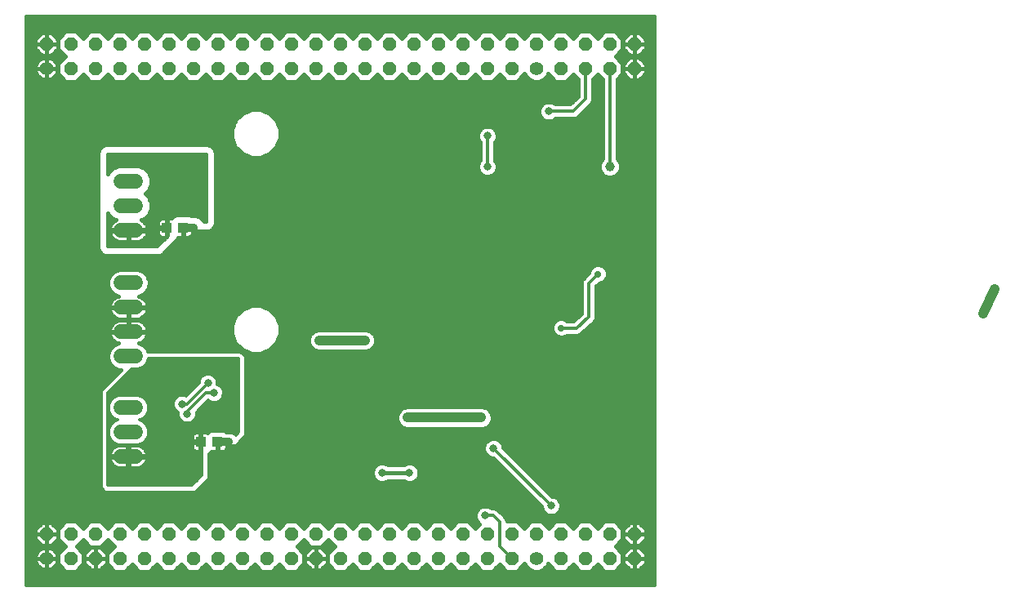
<source format=gbl>
G75*
%MOIN*%
%OFA0B0*%
%FSLAX25Y25*%
%IPPOS*%
%LPD*%
%AMOC8*
5,1,8,0,0,1.08239X$1,22.5*
%
%ADD10C,0.05600*%
%ADD11OC8,0.05600*%
%ADD12C,0.03937*%
%ADD13C,0.03181*%
%ADD14R,0.03937X0.04331*%
%ADD15C,0.06000*%
%ADD16C,0.03962*%
%ADD17C,0.02781*%
%ADD18C,0.03175*%
%ADD19C,0.01600*%
%ADD20C,0.03200*%
%ADD21C,0.03569*%
%ADD22C,0.04000*%
%ADD23C,0.01200*%
D10*
X0070095Y0061433D03*
X0270095Y0061433D03*
X0270095Y0261433D03*
X0070095Y0261433D03*
D11*
X0080095Y0261433D03*
X0090095Y0261433D03*
X0100095Y0261433D03*
X0110095Y0261433D03*
X0120095Y0261433D03*
X0130095Y0261433D03*
X0130095Y0271433D03*
X0120095Y0271433D03*
X0110095Y0271433D03*
X0100095Y0271433D03*
X0090095Y0271433D03*
X0080095Y0271433D03*
X0070095Y0271433D03*
X0140095Y0271433D03*
X0150095Y0271433D03*
X0160095Y0271433D03*
X0170095Y0271433D03*
X0180095Y0271433D03*
X0190095Y0271433D03*
X0200095Y0271433D03*
X0200095Y0261433D03*
X0190095Y0261433D03*
X0180095Y0261433D03*
X0170095Y0261433D03*
X0160095Y0261433D03*
X0150095Y0261433D03*
X0140095Y0261433D03*
X0210095Y0261433D03*
X0220095Y0261433D03*
X0230095Y0261433D03*
X0240095Y0261433D03*
X0250095Y0261433D03*
X0260095Y0261433D03*
X0260095Y0271433D03*
X0250095Y0271433D03*
X0240095Y0271433D03*
X0230095Y0271433D03*
X0220095Y0271433D03*
X0210095Y0271433D03*
X0270095Y0271433D03*
X0280095Y0271433D03*
X0290095Y0271433D03*
X0300095Y0271433D03*
X0310095Y0271433D03*
X0310095Y0261433D03*
X0300095Y0261433D03*
X0290095Y0261433D03*
X0280095Y0261433D03*
X0280095Y0071433D03*
X0290095Y0071433D03*
X0300095Y0071433D03*
X0310095Y0071433D03*
X0310095Y0061433D03*
X0300095Y0061433D03*
X0290095Y0061433D03*
X0280095Y0061433D03*
X0270095Y0071433D03*
X0260095Y0071433D03*
X0250095Y0071433D03*
X0240095Y0071433D03*
X0230095Y0071433D03*
X0220095Y0071433D03*
X0210095Y0071433D03*
X0200095Y0071433D03*
X0190095Y0071433D03*
X0180095Y0071433D03*
X0170095Y0071433D03*
X0160095Y0071433D03*
X0150095Y0071433D03*
X0140095Y0071433D03*
X0130095Y0071433D03*
X0120095Y0071433D03*
X0110095Y0071433D03*
X0100095Y0071433D03*
X0090095Y0071433D03*
X0080095Y0071433D03*
X0070095Y0071433D03*
X0080095Y0061433D03*
X0090095Y0061433D03*
X0100095Y0061433D03*
X0110095Y0061433D03*
X0120095Y0061433D03*
X0130095Y0061433D03*
X0140095Y0061433D03*
X0150095Y0061433D03*
X0160095Y0061433D03*
X0170095Y0061433D03*
X0180095Y0061433D03*
X0190095Y0061433D03*
X0200095Y0061433D03*
X0210095Y0061433D03*
X0220095Y0061433D03*
X0230095Y0061433D03*
X0240095Y0061433D03*
X0250095Y0061433D03*
X0260095Y0061433D03*
D12*
X0452339Y0161463D02*
X0457260Y0171305D01*
D13*
X0457320Y0171256D03*
X0452349Y0161463D03*
D14*
X0139942Y0108933D03*
X0133249Y0108933D03*
X0125942Y0196433D03*
X0119249Y0196433D03*
D15*
X0106595Y0195433D02*
X0100595Y0195433D01*
X0100595Y0205433D02*
X0106595Y0205433D01*
X0106595Y0215433D02*
X0100595Y0215433D01*
X0100595Y0173933D02*
X0106595Y0173933D01*
X0106595Y0163933D02*
X0100595Y0163933D01*
X0100595Y0153933D02*
X0106595Y0153933D01*
X0106595Y0143933D02*
X0100595Y0143933D01*
X0100595Y0122933D02*
X0106595Y0122933D01*
X0106595Y0112933D02*
X0100595Y0112933D01*
X0100595Y0102933D02*
X0106595Y0102933D01*
D16*
X0295351Y0138411D03*
X0302241Y0128569D03*
X0310115Y0128569D03*
X0315489Y0132506D03*
X0315489Y0124632D03*
X0315489Y0116758D03*
X0315489Y0108884D03*
X0315489Y0101010D03*
X0315489Y0093136D03*
X0315489Y0085262D03*
X0315489Y0077388D03*
X0315489Y0067014D03*
X0315489Y0054140D03*
X0315489Y0140380D03*
X0315489Y0148254D03*
X0315489Y0156128D03*
X0315489Y0175813D03*
X0315489Y0183687D03*
X0315489Y0191561D03*
X0315489Y0199435D03*
X0310115Y0203372D03*
X0315489Y0207309D03*
X0315489Y0215183D03*
X0315489Y0223057D03*
X0315489Y0230931D03*
X0315489Y0238805D03*
X0315489Y0246679D03*
X0315489Y0254553D03*
X0314989Y0265927D03*
X0315489Y0280301D03*
X0300095Y0221433D03*
X0302241Y0203372D03*
X0295351Y0193530D03*
D17*
X0290036Y0203402D03*
X0282536Y0210902D03*
X0280036Y0218402D03*
X0275036Y0220902D03*
X0262536Y0220902D03*
X0262536Y0215902D03*
X0262536Y0208402D03*
X0255823Y0210144D03*
X0243323Y0212644D03*
X0243323Y0202644D03*
X0240823Y0197644D03*
X0243323Y0187644D03*
X0215823Y0190144D03*
X0216190Y0179130D03*
X0203690Y0179130D03*
X0187690Y0171630D03*
X0179690Y0179130D03*
X0161690Y0178630D03*
X0144190Y0164630D03*
X0128190Y0164630D03*
X0121190Y0169630D03*
X0116190Y0175630D03*
X0114690Y0184130D03*
X0107690Y0184130D03*
X0101190Y0184130D03*
X0096095Y0189933D03*
X0084323Y0181644D03*
X0064323Y0186644D03*
X0081823Y0199144D03*
X0096095Y0199933D03*
X0111095Y0199433D03*
X0114095Y0196433D03*
X0111595Y0191433D03*
X0117095Y0202933D03*
X0124595Y0205433D03*
X0127595Y0208933D03*
X0130095Y0211933D03*
X0134095Y0212933D03*
X0134095Y0208933D03*
X0130095Y0205433D03*
X0134095Y0204933D03*
X0124595Y0211933D03*
X0119095Y0208933D03*
X0112095Y0210433D03*
X0117095Y0215433D03*
X0109595Y0222933D03*
X0096095Y0220933D03*
X0096095Y0225433D03*
X0089323Y0226644D03*
X0098323Y0232644D03*
X0098323Y0240144D03*
X0085823Y0245144D03*
X0076823Y0241644D03*
X0064323Y0236644D03*
X0076823Y0226644D03*
X0064323Y0224144D03*
X0081823Y0214144D03*
X0133595Y0222933D03*
X0139323Y0229144D03*
X0135823Y0240144D03*
X0135823Y0252644D03*
X0098323Y0252644D03*
X0095823Y0257644D03*
X0083323Y0252644D03*
X0064323Y0249144D03*
X0136190Y0191630D03*
X0135190Y0179630D03*
X0112690Y0164130D03*
X0112690Y0159130D03*
X0112690Y0154130D03*
X0123190Y0147630D03*
X0130690Y0147630D03*
X0131095Y0141433D03*
X0137595Y0141433D03*
X0138095Y0137433D03*
X0144095Y0140433D03*
X0152690Y0141130D03*
X0152690Y0136130D03*
X0152690Y0131130D03*
X0152690Y0126130D03*
X0145595Y0123933D03*
X0152690Y0121130D03*
X0152690Y0116130D03*
X0146095Y0117933D03*
X0142434Y0118189D03*
X0139284Y0118189D03*
X0136135Y0118189D03*
X0146095Y0113433D03*
X0152690Y0111130D03*
X0150190Y0106130D03*
X0150190Y0101130D03*
X0155190Y0101130D03*
X0160190Y0101130D03*
X0165190Y0101130D03*
X0170190Y0101130D03*
X0177690Y0101130D03*
X0185190Y0101130D03*
X0185190Y0106130D03*
X0185190Y0111130D03*
X0185190Y0116130D03*
X0180690Y0117630D03*
X0185190Y0121130D03*
X0185190Y0126130D03*
X0185190Y0131130D03*
X0185190Y0136130D03*
X0178190Y0140130D03*
X0185690Y0145130D03*
X0182190Y0155630D03*
X0176690Y0161130D03*
X0171190Y0159630D03*
X0166690Y0164130D03*
X0145690Y0147630D03*
X0163190Y0137630D03*
X0173190Y0130130D03*
X0163190Y0122630D03*
X0173190Y0110130D03*
X0160690Y0107630D03*
X0135690Y0090130D03*
X0127595Y0093433D03*
X0121595Y0097933D03*
X0118095Y0094933D03*
X0112095Y0094933D03*
X0105595Y0094933D03*
X0098095Y0094933D03*
X0109012Y0087496D03*
X0114091Y0087496D03*
X0098190Y0085130D03*
X0088190Y0095130D03*
X0079642Y0092732D03*
X0080690Y0082630D03*
X0068190Y0082630D03*
X0064323Y0106644D03*
X0064323Y0119144D03*
X0081690Y0131630D03*
X0068190Y0135130D03*
X0064323Y0149144D03*
X0064323Y0169144D03*
X0094690Y0164130D03*
X0094690Y0154130D03*
X0117095Y0141433D03*
X0124595Y0141433D03*
X0098095Y0130433D03*
X0096595Y0117933D03*
X0111595Y0106933D03*
X0114095Y0101933D03*
X0121595Y0103933D03*
X0155190Y0085630D03*
X0170190Y0087630D03*
X0190690Y0080130D03*
X0195690Y0085130D03*
X0205690Y0087630D03*
X0213190Y0080130D03*
X0204190Y0112630D03*
X0208690Y0118630D03*
X0200190Y0125130D03*
X0202690Y0132630D03*
X0199690Y0143130D03*
X0204690Y0144130D03*
X0203690Y0156630D03*
X0196690Y0162630D03*
X0215690Y0156630D03*
X0252280Y0158130D03*
X0252280Y0153693D03*
X0259662Y0150280D03*
X0263599Y0150280D03*
X0272703Y0148785D03*
X0267599Y0144280D03*
X0280203Y0155535D03*
X0282784Y0159138D03*
X0270489Y0159622D03*
X0270489Y0163559D03*
X0266552Y0163559D03*
X0266552Y0159622D03*
X0262615Y0159622D03*
X0262615Y0163559D03*
X0262615Y0167496D03*
X0266552Y0167496D03*
X0270489Y0167496D03*
X0279839Y0170941D03*
X0270489Y0176846D03*
X0280036Y0185902D03*
X0284422Y0185974D03*
X0280036Y0193402D03*
X0275036Y0203402D03*
X0275036Y0213402D03*
X0290036Y0220902D03*
X0295036Y0223402D03*
X0307536Y0225902D03*
X0307536Y0235902D03*
X0281886Y0234366D03*
X0266886Y0236866D03*
X0258323Y0235144D03*
X0251886Y0244366D03*
X0261886Y0249366D03*
X0276886Y0249366D03*
X0243323Y0235144D03*
X0243323Y0222644D03*
X0255823Y0222644D03*
X0220823Y0235144D03*
X0203323Y0247644D03*
X0190823Y0235144D03*
X0203690Y0221130D03*
X0215690Y0221630D03*
X0216190Y0206130D03*
X0204190Y0206130D03*
X0173323Y0252644D03*
X0295203Y0177535D03*
X0294690Y0156630D03*
X0292690Y0146630D03*
X0288323Y0132644D03*
X0285823Y0117644D03*
X0288323Y0097644D03*
X0293323Y0082644D03*
X0288323Y0077644D03*
X0138190Y0080130D03*
X0302536Y0213402D03*
D18*
X0256595Y0201433D03*
X0256595Y0197433D03*
X0256595Y0193933D03*
X0256595Y0190433D03*
X0256595Y0186433D03*
X0235095Y0187433D03*
X0250095Y0221433D03*
X0250095Y0233933D03*
X0275095Y0243933D03*
X0282595Y0254933D03*
X0307595Y0254933D03*
X0178658Y0240984D03*
X0176158Y0237984D03*
X0172158Y0236484D03*
X0172158Y0240484D03*
X0176827Y0222906D03*
X0171158Y0217984D03*
X0144347Y0222866D03*
X0140705Y0215248D03*
X0181595Y0150433D03*
X0200095Y0150433D03*
X0217595Y0118933D03*
X0247595Y0118933D03*
X0250595Y0124933D03*
X0260595Y0126433D03*
X0250595Y0134933D03*
X0255095Y0112433D03*
X0252595Y0106433D03*
X0262095Y0112433D03*
X0272095Y0112433D03*
X0276095Y0082933D03*
X0249095Y0078933D03*
X0218304Y0096433D03*
X0207095Y0096433D03*
X0138595Y0128933D03*
X0136095Y0132933D03*
X0125595Y0124433D03*
X0127595Y0120433D03*
D19*
X0061895Y0050733D02*
X0061895Y0282773D01*
X0318225Y0282773D01*
X0318225Y0050733D01*
X0061895Y0050733D01*
X0061895Y0051229D02*
X0318225Y0051229D01*
X0318225Y0052827D02*
X0061895Y0052827D01*
X0061895Y0054426D02*
X0318225Y0054426D01*
X0318225Y0056024D02*
X0061895Y0056024D01*
X0061895Y0057623D02*
X0067514Y0057623D01*
X0067684Y0057499D02*
X0068329Y0057170D01*
X0069018Y0056946D01*
X0069733Y0056833D01*
X0069995Y0056833D01*
X0069995Y0061333D01*
X0065495Y0061333D01*
X0065495Y0061071D01*
X0065608Y0060356D01*
X0065832Y0059667D01*
X0066161Y0059022D01*
X0066586Y0058436D01*
X0067098Y0057924D01*
X0067684Y0057499D01*
X0069995Y0057623D02*
X0070195Y0057623D01*
X0070195Y0056833D02*
X0070457Y0056833D01*
X0071172Y0056946D01*
X0071861Y0057170D01*
X0072506Y0057499D01*
X0073092Y0057924D01*
X0073604Y0058436D01*
X0074029Y0059022D01*
X0074358Y0059667D01*
X0074582Y0060356D01*
X0074695Y0061071D01*
X0074695Y0061333D01*
X0070195Y0061333D01*
X0070195Y0056833D01*
X0070195Y0059221D02*
X0069995Y0059221D01*
X0069995Y0060820D02*
X0070195Y0060820D01*
X0070195Y0061333D02*
X0069995Y0061333D01*
X0069995Y0061533D01*
X0065495Y0061533D01*
X0065495Y0061795D01*
X0065608Y0062510D01*
X0065832Y0063199D01*
X0066161Y0063844D01*
X0066586Y0064430D01*
X0067098Y0064942D01*
X0067684Y0065367D01*
X0068329Y0065696D01*
X0069018Y0065920D01*
X0069733Y0066033D01*
X0069995Y0066033D01*
X0069995Y0061533D01*
X0070195Y0061533D01*
X0070195Y0066033D01*
X0070457Y0066033D01*
X0071172Y0065920D01*
X0071861Y0065696D01*
X0072506Y0065367D01*
X0073092Y0064942D01*
X0073604Y0064430D01*
X0074029Y0063844D01*
X0074358Y0063199D01*
X0074582Y0062510D01*
X0074695Y0061795D01*
X0074695Y0061533D01*
X0070195Y0061533D01*
X0070195Y0061333D01*
X0070195Y0062418D02*
X0069995Y0062418D01*
X0069995Y0064017D02*
X0070195Y0064017D01*
X0070195Y0065615D02*
X0069995Y0065615D01*
X0069995Y0066833D02*
X0068190Y0066833D01*
X0065495Y0069528D01*
X0065495Y0071333D01*
X0069995Y0071333D01*
X0069995Y0071533D01*
X0065495Y0071533D01*
X0065495Y0073338D01*
X0068190Y0076033D01*
X0069995Y0076033D01*
X0069995Y0071533D01*
X0070195Y0071533D01*
X0070195Y0076033D01*
X0072001Y0076033D01*
X0074695Y0073338D01*
X0074695Y0071533D01*
X0070195Y0071533D01*
X0070195Y0071333D01*
X0070195Y0066833D01*
X0072001Y0066833D01*
X0074695Y0069528D01*
X0074695Y0071333D01*
X0070195Y0071333D01*
X0069995Y0071333D01*
X0069995Y0066833D01*
X0069995Y0067214D02*
X0070195Y0067214D01*
X0070195Y0068812D02*
X0069995Y0068812D01*
X0069995Y0070411D02*
X0070195Y0070411D01*
X0070195Y0072009D02*
X0069995Y0072009D01*
X0069995Y0073608D02*
X0070195Y0073608D01*
X0070195Y0075206D02*
X0069995Y0075206D01*
X0067363Y0075206D02*
X0061895Y0075206D01*
X0061895Y0073608D02*
X0065764Y0073608D01*
X0065495Y0072009D02*
X0061895Y0072009D01*
X0061895Y0070411D02*
X0065495Y0070411D01*
X0066211Y0068812D02*
X0061895Y0068812D01*
X0061895Y0067214D02*
X0067809Y0067214D01*
X0068171Y0065615D02*
X0061895Y0065615D01*
X0061895Y0064017D02*
X0066286Y0064017D01*
X0065594Y0062418D02*
X0061895Y0062418D01*
X0061895Y0060820D02*
X0065535Y0060820D01*
X0066059Y0059221D02*
X0061895Y0059221D01*
X0072677Y0057623D02*
X0076552Y0057623D01*
X0077941Y0056233D02*
X0082249Y0056233D01*
X0085295Y0059279D01*
X0085295Y0063587D01*
X0082449Y0066433D01*
X0085095Y0069079D01*
X0087941Y0066233D01*
X0092249Y0066233D01*
X0095095Y0069079D01*
X0097741Y0066433D01*
X0094895Y0063587D01*
X0094895Y0059279D01*
X0097941Y0056233D01*
X0102249Y0056233D01*
X0105095Y0059079D01*
X0107941Y0056233D01*
X0112249Y0056233D01*
X0115095Y0059079D01*
X0117941Y0056233D01*
X0122249Y0056233D01*
X0125095Y0059079D01*
X0127941Y0056233D01*
X0132249Y0056233D01*
X0135095Y0059079D01*
X0137941Y0056233D01*
X0142249Y0056233D01*
X0145095Y0059079D01*
X0147941Y0056233D01*
X0152249Y0056233D01*
X0155095Y0059079D01*
X0157941Y0056233D01*
X0162249Y0056233D01*
X0165095Y0059079D01*
X0167941Y0056233D01*
X0172249Y0056233D01*
X0175295Y0059279D01*
X0175295Y0063587D01*
X0172449Y0066433D01*
X0175095Y0069079D01*
X0177941Y0066233D01*
X0182249Y0066233D01*
X0185095Y0069079D01*
X0187741Y0066433D01*
X0184895Y0063587D01*
X0184895Y0059279D01*
X0187941Y0056233D01*
X0192249Y0056233D01*
X0195095Y0059079D01*
X0197941Y0056233D01*
X0202249Y0056233D01*
X0205095Y0059079D01*
X0207941Y0056233D01*
X0212249Y0056233D01*
X0215095Y0059079D01*
X0217941Y0056233D01*
X0222249Y0056233D01*
X0225095Y0059079D01*
X0227941Y0056233D01*
X0232249Y0056233D01*
X0235095Y0059079D01*
X0237941Y0056233D01*
X0242249Y0056233D01*
X0245095Y0059079D01*
X0247941Y0056233D01*
X0252249Y0056233D01*
X0255095Y0059079D01*
X0257941Y0056233D01*
X0262249Y0056233D01*
X0265295Y0059279D01*
X0265295Y0059433D01*
X0265687Y0058487D01*
X0267150Y0057025D01*
X0269061Y0056233D01*
X0271129Y0056233D01*
X0273041Y0057025D01*
X0274503Y0058487D01*
X0274895Y0059433D01*
X0274895Y0059279D01*
X0277941Y0056233D01*
X0282249Y0056233D01*
X0285095Y0059079D01*
X0287941Y0056233D01*
X0292249Y0056233D01*
X0295095Y0059079D01*
X0297941Y0056233D01*
X0302249Y0056233D01*
X0305295Y0059279D01*
X0305295Y0063587D01*
X0302449Y0066433D01*
X0305295Y0069279D01*
X0305295Y0073587D01*
X0302249Y0076633D01*
X0297941Y0076633D01*
X0295095Y0073787D01*
X0292249Y0076633D01*
X0287941Y0076633D01*
X0285095Y0073787D01*
X0282249Y0076633D01*
X0277941Y0076633D01*
X0275095Y0073787D01*
X0272249Y0076633D01*
X0267941Y0076633D01*
X0265095Y0073787D01*
X0262249Y0076633D01*
X0258095Y0076633D01*
X0258095Y0077030D01*
X0257638Y0078132D01*
X0256795Y0078976D01*
X0254295Y0081476D01*
X0253192Y0081933D01*
X0251734Y0081933D01*
X0251354Y0082313D01*
X0249888Y0082920D01*
X0248302Y0082920D01*
X0246836Y0082313D01*
X0245715Y0081192D01*
X0245108Y0079726D01*
X0245108Y0078140D01*
X0245715Y0076674D01*
X0246836Y0075553D01*
X0246854Y0075546D01*
X0245095Y0073787D01*
X0242249Y0076633D01*
X0237941Y0076633D01*
X0235095Y0073787D01*
X0232249Y0076633D01*
X0227941Y0076633D01*
X0225095Y0073787D01*
X0222249Y0076633D01*
X0217941Y0076633D01*
X0215095Y0073787D01*
X0212249Y0076633D01*
X0207941Y0076633D01*
X0205095Y0073787D01*
X0202249Y0076633D01*
X0197941Y0076633D01*
X0195095Y0073787D01*
X0192249Y0076633D01*
X0187941Y0076633D01*
X0185095Y0073787D01*
X0182249Y0076633D01*
X0177941Y0076633D01*
X0175095Y0073787D01*
X0172249Y0076633D01*
X0167941Y0076633D01*
X0165095Y0073787D01*
X0162249Y0076633D01*
X0157941Y0076633D01*
X0155095Y0073787D01*
X0152249Y0076633D01*
X0147941Y0076633D01*
X0145095Y0073787D01*
X0142249Y0076633D01*
X0137941Y0076633D01*
X0135095Y0073787D01*
X0132249Y0076633D01*
X0127941Y0076633D01*
X0125095Y0073787D01*
X0122249Y0076633D01*
X0117941Y0076633D01*
X0115095Y0073787D01*
X0112249Y0076633D01*
X0107941Y0076633D01*
X0105095Y0073787D01*
X0102249Y0076633D01*
X0097941Y0076633D01*
X0095095Y0073787D01*
X0092249Y0076633D01*
X0087941Y0076633D01*
X0085095Y0073787D01*
X0082249Y0076633D01*
X0077941Y0076633D01*
X0074895Y0073587D01*
X0074895Y0069279D01*
X0077741Y0066433D01*
X0074895Y0063587D01*
X0074895Y0059279D01*
X0077941Y0056233D01*
X0074953Y0059221D02*
X0074131Y0059221D01*
X0074655Y0060820D02*
X0074895Y0060820D01*
X0074895Y0062418D02*
X0074596Y0062418D01*
X0073904Y0064017D02*
X0075325Y0064017D01*
X0076923Y0065615D02*
X0072020Y0065615D01*
X0072381Y0067214D02*
X0076961Y0067214D01*
X0075362Y0068812D02*
X0073980Y0068812D01*
X0074695Y0070411D02*
X0074895Y0070411D01*
X0074895Y0072009D02*
X0074695Y0072009D01*
X0074916Y0073608D02*
X0074426Y0073608D01*
X0072827Y0075206D02*
X0076514Y0075206D01*
X0083676Y0075206D02*
X0086514Y0075206D01*
X0093676Y0075206D02*
X0096514Y0075206D01*
X0103676Y0075206D02*
X0106514Y0075206D01*
X0113676Y0075206D02*
X0116514Y0075206D01*
X0123676Y0075206D02*
X0126514Y0075206D01*
X0133676Y0075206D02*
X0136514Y0075206D01*
X0143676Y0075206D02*
X0146514Y0075206D01*
X0153676Y0075206D02*
X0156514Y0075206D01*
X0163676Y0075206D02*
X0166514Y0075206D01*
X0173676Y0075206D02*
X0176514Y0075206D01*
X0183676Y0075206D02*
X0186514Y0075206D01*
X0193676Y0075206D02*
X0196514Y0075206D01*
X0203676Y0075206D02*
X0206514Y0075206D01*
X0213676Y0075206D02*
X0216514Y0075206D01*
X0223676Y0075206D02*
X0226514Y0075206D01*
X0233676Y0075206D02*
X0236514Y0075206D01*
X0243676Y0075206D02*
X0246514Y0075206D01*
X0245661Y0076805D02*
X0061895Y0076805D01*
X0061895Y0078403D02*
X0245108Y0078403D01*
X0245222Y0080002D02*
X0061895Y0080002D01*
X0061895Y0081600D02*
X0246123Y0081600D01*
X0253995Y0081600D02*
X0272331Y0081600D01*
X0272108Y0082140D02*
X0272715Y0080674D01*
X0273836Y0079553D01*
X0275302Y0078946D01*
X0276888Y0078946D01*
X0278354Y0079553D01*
X0279475Y0080674D01*
X0280083Y0082140D01*
X0280083Y0083726D01*
X0279475Y0085192D01*
X0278354Y0086313D01*
X0276888Y0086920D01*
X0276350Y0086920D01*
X0256583Y0106688D01*
X0256583Y0107226D01*
X0255975Y0108692D01*
X0254854Y0109813D01*
X0253388Y0110420D01*
X0251802Y0110420D01*
X0250336Y0109813D01*
X0249215Y0108692D01*
X0248608Y0107226D01*
X0248608Y0105640D01*
X0249215Y0104174D01*
X0250336Y0103053D01*
X0251802Y0102446D01*
X0252340Y0102446D01*
X0272108Y0082678D01*
X0272108Y0082140D01*
X0271587Y0083199D02*
X0061895Y0083199D01*
X0061895Y0084797D02*
X0269988Y0084797D01*
X0268390Y0086396D02*
X0061895Y0086396D01*
X0061895Y0087994D02*
X0266791Y0087994D01*
X0265193Y0089593D02*
X0131998Y0089593D01*
X0131295Y0088890D02*
X0130192Y0088433D01*
X0094498Y0088433D01*
X0093396Y0088890D01*
X0092552Y0089734D01*
X0092095Y0090836D01*
X0092095Y0129530D01*
X0092552Y0130632D01*
X0093396Y0131476D01*
X0093396Y0131476D01*
X0100453Y0138533D01*
X0099521Y0138533D01*
X0097536Y0139355D01*
X0096017Y0140874D01*
X0095195Y0142859D01*
X0095195Y0145007D01*
X0096017Y0146992D01*
X0097536Y0148511D01*
X0099388Y0149278D01*
X0098753Y0149485D01*
X0098079Y0149828D01*
X0097468Y0150272D01*
X0096934Y0150806D01*
X0096490Y0151417D01*
X0096147Y0152091D01*
X0095913Y0152809D01*
X0095795Y0153555D01*
X0095795Y0153733D01*
X0103395Y0153733D01*
X0103395Y0154133D01*
X0095795Y0154133D01*
X0095795Y0154311D01*
X0095913Y0155057D01*
X0096147Y0155776D01*
X0096490Y0156449D01*
X0096934Y0157060D01*
X0097468Y0157594D01*
X0098079Y0158038D01*
X0098753Y0158381D01*
X0099471Y0158615D01*
X0100217Y0158733D01*
X0103395Y0158733D01*
X0103395Y0154133D01*
X0103795Y0154133D01*
X0103795Y0158733D01*
X0106973Y0158733D01*
X0107719Y0158615D01*
X0108438Y0158381D01*
X0109111Y0158038D01*
X0109722Y0157594D01*
X0110256Y0157060D01*
X0110700Y0156449D01*
X0111043Y0155776D01*
X0111277Y0155057D01*
X0111395Y0154311D01*
X0111395Y0154133D01*
X0103795Y0154133D01*
X0103795Y0153733D01*
X0111395Y0153733D01*
X0111395Y0153555D01*
X0111277Y0152809D01*
X0111043Y0152091D01*
X0110700Y0151417D01*
X0110256Y0150806D01*
X0109722Y0150272D01*
X0109111Y0149828D01*
X0108438Y0149485D01*
X0107802Y0149278D01*
X0109654Y0148511D01*
X0111173Y0146992D01*
X0111612Y0145933D01*
X0147998Y0145933D01*
X0149192Y0145933D01*
X0150295Y0145476D01*
X0151138Y0144632D01*
X0151595Y0143530D01*
X0151595Y0112336D01*
X0151138Y0111234D01*
X0150295Y0110390D01*
X0147795Y0107890D01*
X0146692Y0107433D01*
X0143710Y0107433D01*
X0143710Y0106531D01*
X0143587Y0106073D01*
X0143350Y0105662D01*
X0143015Y0105327D01*
X0142605Y0105090D01*
X0142147Y0104968D01*
X0140126Y0104968D01*
X0140126Y0107433D01*
X0139838Y0107433D01*
X0139757Y0107353D01*
X0139757Y0104968D01*
X0137736Y0104968D01*
X0137449Y0105045D01*
X0136595Y0104190D01*
X0136595Y0094836D01*
X0136138Y0093734D01*
X0135295Y0092890D01*
X0131295Y0088890D01*
X0133596Y0091191D02*
X0263594Y0091191D01*
X0261996Y0092790D02*
X0219928Y0092790D01*
X0220562Y0093053D02*
X0221684Y0094174D01*
X0222291Y0095640D01*
X0222291Y0097226D01*
X0221684Y0098692D01*
X0220562Y0099813D01*
X0219097Y0100420D01*
X0217511Y0100420D01*
X0216045Y0099813D01*
X0215865Y0099633D01*
X0209534Y0099633D01*
X0209354Y0099813D01*
X0207888Y0100420D01*
X0206302Y0100420D01*
X0204836Y0099813D01*
X0203715Y0098692D01*
X0203108Y0097226D01*
X0203108Y0095640D01*
X0203715Y0094174D01*
X0204836Y0093053D01*
X0206302Y0092446D01*
X0207888Y0092446D01*
X0209354Y0093053D01*
X0209534Y0093233D01*
X0215865Y0093233D01*
X0216045Y0093053D01*
X0217511Y0092446D01*
X0219097Y0092446D01*
X0220562Y0093053D01*
X0221773Y0094388D02*
X0260397Y0094388D01*
X0258799Y0095987D02*
X0222291Y0095987D01*
X0222142Y0097585D02*
X0257200Y0097585D01*
X0255602Y0099184D02*
X0221192Y0099184D01*
X0218304Y0096433D02*
X0207095Y0096433D01*
X0204207Y0099184D02*
X0136595Y0099184D01*
X0136595Y0100782D02*
X0254003Y0100782D01*
X0252405Y0102381D02*
X0136595Y0102381D01*
X0136595Y0103979D02*
X0249410Y0103979D01*
X0248633Y0105578D02*
X0143266Y0105578D01*
X0143710Y0107177D02*
X0248608Y0107177D01*
X0249298Y0108775D02*
X0148680Y0108775D01*
X0150278Y0110374D02*
X0251689Y0110374D01*
X0253502Y0110374D02*
X0318225Y0110374D01*
X0318225Y0111972D02*
X0151444Y0111972D01*
X0151595Y0113571D02*
X0318225Y0113571D01*
X0318225Y0115169D02*
X0250006Y0115169D01*
X0250088Y0115203D02*
X0251325Y0116441D01*
X0251995Y0118058D01*
X0251995Y0119808D01*
X0251325Y0121425D01*
X0250088Y0122663D01*
X0248470Y0123333D01*
X0216720Y0123333D01*
X0215103Y0122663D01*
X0213865Y0121425D01*
X0213195Y0119808D01*
X0213195Y0118058D01*
X0213865Y0116441D01*
X0215103Y0115203D01*
X0216720Y0114533D01*
X0248470Y0114533D01*
X0250088Y0115203D01*
X0251461Y0116768D02*
X0318225Y0116768D01*
X0318225Y0118366D02*
X0251995Y0118366D01*
X0251930Y0119965D02*
X0318225Y0119965D01*
X0318225Y0121563D02*
X0251188Y0121563D01*
X0248884Y0123162D02*
X0318225Y0123162D01*
X0318225Y0124760D02*
X0151595Y0124760D01*
X0151595Y0123162D02*
X0216306Y0123162D01*
X0214003Y0121563D02*
X0151595Y0121563D01*
X0151595Y0119965D02*
X0213260Y0119965D01*
X0213195Y0118366D02*
X0151595Y0118366D01*
X0151595Y0116768D02*
X0213730Y0116768D01*
X0215184Y0115169D02*
X0151595Y0115169D01*
X0140126Y0107177D02*
X0139757Y0107177D01*
X0139757Y0105578D02*
X0140126Y0105578D01*
X0136595Y0097585D02*
X0203257Y0097585D01*
X0203108Y0095987D02*
X0136595Y0095987D01*
X0136410Y0094388D02*
X0203626Y0094388D01*
X0205471Y0092790D02*
X0135195Y0092790D01*
X0173230Y0067214D02*
X0176961Y0067214D01*
X0178190Y0066033D02*
X0175495Y0063338D01*
X0175495Y0061533D01*
X0179995Y0061533D01*
X0179995Y0061333D01*
X0175495Y0061333D01*
X0175495Y0059528D01*
X0178190Y0056833D01*
X0179995Y0056833D01*
X0179995Y0061333D01*
X0180195Y0061333D01*
X0180195Y0056833D01*
X0182001Y0056833D01*
X0184695Y0059528D01*
X0184695Y0061333D01*
X0180195Y0061333D01*
X0180195Y0061533D01*
X0179995Y0061533D01*
X0179995Y0066033D01*
X0178190Y0066033D01*
X0177772Y0065615D02*
X0173267Y0065615D01*
X0174865Y0064017D02*
X0176173Y0064017D01*
X0175495Y0062418D02*
X0175295Y0062418D01*
X0175295Y0060820D02*
X0175495Y0060820D01*
X0175237Y0059221D02*
X0175802Y0059221D01*
X0177400Y0057623D02*
X0173639Y0057623D01*
X0179995Y0057623D02*
X0180195Y0057623D01*
X0180195Y0059221D02*
X0179995Y0059221D01*
X0179995Y0060820D02*
X0180195Y0060820D01*
X0180195Y0061533D02*
X0184695Y0061533D01*
X0184695Y0063338D01*
X0182001Y0066033D01*
X0180195Y0066033D01*
X0180195Y0061533D01*
X0180195Y0062418D02*
X0179995Y0062418D01*
X0179995Y0064017D02*
X0180195Y0064017D01*
X0180195Y0065615D02*
X0179995Y0065615D01*
X0182418Y0065615D02*
X0186923Y0065615D01*
X0186961Y0067214D02*
X0183230Y0067214D01*
X0184828Y0068812D02*
X0185362Y0068812D01*
X0185325Y0064017D02*
X0184017Y0064017D01*
X0184695Y0062418D02*
X0184895Y0062418D01*
X0184895Y0060820D02*
X0184695Y0060820D01*
X0184953Y0059221D02*
X0184389Y0059221D01*
X0182790Y0057623D02*
X0186552Y0057623D01*
X0193639Y0057623D02*
X0196552Y0057623D01*
X0203639Y0057623D02*
X0206552Y0057623D01*
X0213639Y0057623D02*
X0216552Y0057623D01*
X0223639Y0057623D02*
X0226552Y0057623D01*
X0233639Y0057623D02*
X0236552Y0057623D01*
X0243639Y0057623D02*
X0246552Y0057623D01*
X0253639Y0057623D02*
X0256552Y0057623D01*
X0263639Y0057623D02*
X0266552Y0057623D01*
X0265383Y0059221D02*
X0265237Y0059221D01*
X0273639Y0057623D02*
X0276552Y0057623D01*
X0274953Y0059221D02*
X0274807Y0059221D01*
X0283639Y0057623D02*
X0286552Y0057623D01*
X0293639Y0057623D02*
X0296552Y0057623D01*
X0303639Y0057623D02*
X0307400Y0057623D01*
X0308190Y0056833D02*
X0305495Y0059528D01*
X0305495Y0061333D01*
X0309995Y0061333D01*
X0309995Y0061533D01*
X0305495Y0061533D01*
X0305495Y0063338D01*
X0308190Y0066033D01*
X0309995Y0066033D01*
X0309995Y0061533D01*
X0310195Y0061533D01*
X0310195Y0066033D01*
X0312001Y0066033D01*
X0314695Y0063338D01*
X0314695Y0061533D01*
X0310195Y0061533D01*
X0310195Y0061333D01*
X0310195Y0056833D01*
X0312001Y0056833D01*
X0314695Y0059528D01*
X0314695Y0061333D01*
X0310195Y0061333D01*
X0309995Y0061333D01*
X0309995Y0056833D01*
X0308190Y0056833D01*
X0309995Y0057623D02*
X0310195Y0057623D01*
X0310195Y0059221D02*
X0309995Y0059221D01*
X0309995Y0060820D02*
X0310195Y0060820D01*
X0310195Y0062418D02*
X0309995Y0062418D01*
X0309995Y0064017D02*
X0310195Y0064017D01*
X0310195Y0065615D02*
X0309995Y0065615D01*
X0309995Y0066833D02*
X0309995Y0071333D01*
X0305495Y0071333D01*
X0305495Y0069528D01*
X0308190Y0066833D01*
X0309995Y0066833D01*
X0310195Y0066833D02*
X0312001Y0066833D01*
X0314695Y0069528D01*
X0314695Y0071333D01*
X0310195Y0071333D01*
X0310195Y0066833D01*
X0310195Y0067214D02*
X0309995Y0067214D01*
X0309995Y0068812D02*
X0310195Y0068812D01*
X0310195Y0070411D02*
X0309995Y0070411D01*
X0309995Y0071333D02*
X0310195Y0071333D01*
X0310195Y0071533D01*
X0309995Y0071533D01*
X0309995Y0071333D01*
X0309995Y0071533D02*
X0305495Y0071533D01*
X0305495Y0073338D01*
X0308190Y0076033D01*
X0309995Y0076033D01*
X0309995Y0071533D01*
X0310195Y0071533D02*
X0310195Y0076033D01*
X0312001Y0076033D01*
X0314695Y0073338D01*
X0314695Y0071533D01*
X0310195Y0071533D01*
X0310195Y0072009D02*
X0309995Y0072009D01*
X0309995Y0073608D02*
X0310195Y0073608D01*
X0310195Y0075206D02*
X0309995Y0075206D01*
X0307363Y0075206D02*
X0303676Y0075206D01*
X0305274Y0073608D02*
X0305764Y0073608D01*
X0305495Y0072009D02*
X0305295Y0072009D01*
X0305295Y0070411D02*
X0305495Y0070411D01*
X0304828Y0068812D02*
X0306211Y0068812D01*
X0307809Y0067214D02*
X0303230Y0067214D01*
X0303267Y0065615D02*
X0307772Y0065615D01*
X0306173Y0064017D02*
X0304865Y0064017D01*
X0305295Y0062418D02*
X0305495Y0062418D01*
X0305495Y0060820D02*
X0305295Y0060820D01*
X0305237Y0059221D02*
X0305802Y0059221D01*
X0312790Y0057623D02*
X0318225Y0057623D01*
X0318225Y0059221D02*
X0314389Y0059221D01*
X0314695Y0060820D02*
X0318225Y0060820D01*
X0318225Y0062418D02*
X0314695Y0062418D01*
X0314017Y0064017D02*
X0318225Y0064017D01*
X0318225Y0065615D02*
X0312418Y0065615D01*
X0312381Y0067214D02*
X0318225Y0067214D01*
X0318225Y0068812D02*
X0313980Y0068812D01*
X0314695Y0070411D02*
X0318225Y0070411D01*
X0318225Y0072009D02*
X0314695Y0072009D01*
X0314426Y0073608D02*
X0318225Y0073608D01*
X0318225Y0075206D02*
X0312827Y0075206D01*
X0318225Y0076805D02*
X0258095Y0076805D01*
X0257368Y0078403D02*
X0318225Y0078403D01*
X0318225Y0080002D02*
X0278803Y0080002D01*
X0279859Y0081600D02*
X0318225Y0081600D01*
X0318225Y0083199D02*
X0280083Y0083199D01*
X0279639Y0084797D02*
X0318225Y0084797D01*
X0318225Y0086396D02*
X0278155Y0086396D01*
X0275276Y0087994D02*
X0318225Y0087994D01*
X0318225Y0089593D02*
X0273678Y0089593D01*
X0272079Y0091191D02*
X0318225Y0091191D01*
X0318225Y0092790D02*
X0270481Y0092790D01*
X0268882Y0094388D02*
X0318225Y0094388D01*
X0318225Y0095987D02*
X0267284Y0095987D01*
X0265685Y0097585D02*
X0318225Y0097585D01*
X0318225Y0099184D02*
X0264087Y0099184D01*
X0262488Y0100782D02*
X0318225Y0100782D01*
X0318225Y0102381D02*
X0260890Y0102381D01*
X0259291Y0103979D02*
X0318225Y0103979D01*
X0318225Y0105578D02*
X0257693Y0105578D01*
X0256583Y0107177D02*
X0318225Y0107177D01*
X0318225Y0108775D02*
X0255892Y0108775D01*
X0216680Y0092790D02*
X0208719Y0092790D01*
X0175362Y0068812D02*
X0174828Y0068812D01*
X0166552Y0057623D02*
X0163639Y0057623D01*
X0156552Y0057623D02*
X0153639Y0057623D01*
X0146552Y0057623D02*
X0143639Y0057623D01*
X0136552Y0057623D02*
X0133639Y0057623D01*
X0126552Y0057623D02*
X0123639Y0057623D01*
X0116552Y0057623D02*
X0113639Y0057623D01*
X0106552Y0057623D02*
X0103639Y0057623D01*
X0096552Y0057623D02*
X0092790Y0057623D01*
X0092001Y0056833D02*
X0094695Y0059528D01*
X0094695Y0061333D01*
X0090195Y0061333D01*
X0090195Y0056833D01*
X0092001Y0056833D01*
X0090195Y0057623D02*
X0089995Y0057623D01*
X0089995Y0056833D02*
X0089995Y0061333D01*
X0085495Y0061333D01*
X0085495Y0059528D01*
X0088190Y0056833D01*
X0089995Y0056833D01*
X0089995Y0059221D02*
X0090195Y0059221D01*
X0090195Y0060820D02*
X0089995Y0060820D01*
X0089995Y0061333D02*
X0090195Y0061333D01*
X0090195Y0061533D01*
X0089995Y0061533D01*
X0089995Y0061333D01*
X0089995Y0061533D02*
X0085495Y0061533D01*
X0085495Y0063338D01*
X0088190Y0066033D01*
X0089995Y0066033D01*
X0089995Y0061533D01*
X0090195Y0061533D02*
X0090195Y0066033D01*
X0092001Y0066033D01*
X0094695Y0063338D01*
X0094695Y0061533D01*
X0090195Y0061533D01*
X0090195Y0062418D02*
X0089995Y0062418D01*
X0089995Y0064017D02*
X0090195Y0064017D01*
X0090195Y0065615D02*
X0089995Y0065615D01*
X0087772Y0065615D02*
X0083267Y0065615D01*
X0083230Y0067214D02*
X0086961Y0067214D01*
X0085362Y0068812D02*
X0084828Y0068812D01*
X0084865Y0064017D02*
X0086173Y0064017D01*
X0085495Y0062418D02*
X0085295Y0062418D01*
X0085295Y0060820D02*
X0085495Y0060820D01*
X0085237Y0059221D02*
X0085802Y0059221D01*
X0087400Y0057623D02*
X0083639Y0057623D01*
X0094389Y0059221D02*
X0094953Y0059221D01*
X0094895Y0060820D02*
X0094695Y0060820D01*
X0094695Y0062418D02*
X0094895Y0062418D01*
X0095325Y0064017D02*
X0094017Y0064017D01*
X0092418Y0065615D02*
X0096923Y0065615D01*
X0096961Y0067214D02*
X0093230Y0067214D01*
X0094828Y0068812D02*
X0095362Y0068812D01*
X0092693Y0089593D02*
X0061895Y0089593D01*
X0061895Y0091191D02*
X0092095Y0091191D01*
X0092095Y0092790D02*
X0061895Y0092790D01*
X0061895Y0094388D02*
X0092095Y0094388D01*
X0092095Y0095987D02*
X0061895Y0095987D01*
X0061895Y0097585D02*
X0092095Y0097585D01*
X0092095Y0099184D02*
X0061895Y0099184D01*
X0061895Y0100782D02*
X0092095Y0100782D01*
X0092095Y0102381D02*
X0061895Y0102381D01*
X0061895Y0103979D02*
X0092095Y0103979D01*
X0092095Y0105578D02*
X0061895Y0105578D01*
X0061895Y0107177D02*
X0092095Y0107177D01*
X0092095Y0108775D02*
X0061895Y0108775D01*
X0061895Y0110374D02*
X0092095Y0110374D01*
X0092095Y0111972D02*
X0061895Y0111972D01*
X0061895Y0113571D02*
X0092095Y0113571D01*
X0092095Y0115169D02*
X0061895Y0115169D01*
X0061895Y0116768D02*
X0092095Y0116768D01*
X0092095Y0118366D02*
X0061895Y0118366D01*
X0061895Y0119965D02*
X0092095Y0119965D01*
X0092095Y0121563D02*
X0061895Y0121563D01*
X0061895Y0123162D02*
X0092095Y0123162D01*
X0092095Y0124760D02*
X0061895Y0124760D01*
X0061895Y0126359D02*
X0092095Y0126359D01*
X0092095Y0127957D02*
X0061895Y0127957D01*
X0061895Y0129556D02*
X0092106Y0129556D01*
X0093074Y0131154D02*
X0061895Y0131154D01*
X0061895Y0132753D02*
X0094672Y0132753D01*
X0096271Y0134351D02*
X0061895Y0134351D01*
X0061895Y0135950D02*
X0097869Y0135950D01*
X0099468Y0137548D02*
X0061895Y0137548D01*
X0061895Y0139147D02*
X0098039Y0139147D01*
X0096146Y0140745D02*
X0061895Y0140745D01*
X0061895Y0142344D02*
X0095409Y0142344D01*
X0095195Y0143942D02*
X0061895Y0143942D01*
X0061895Y0145541D02*
X0095416Y0145541D01*
X0096165Y0147139D02*
X0061895Y0147139D01*
X0061895Y0148738D02*
X0098084Y0148738D01*
X0097404Y0150336D02*
X0061895Y0150336D01*
X0061895Y0151935D02*
X0096226Y0151935D01*
X0095799Y0153533D02*
X0061895Y0153533D01*
X0061895Y0155132D02*
X0095938Y0155132D01*
X0096694Y0156730D02*
X0061895Y0156730D01*
X0061895Y0158329D02*
X0098649Y0158329D01*
X0098753Y0159485D02*
X0099471Y0159251D01*
X0100217Y0159133D01*
X0103395Y0159133D01*
X0103395Y0163733D01*
X0095795Y0163733D01*
X0095795Y0163555D01*
X0095913Y0162809D01*
X0096147Y0162091D01*
X0096490Y0161417D01*
X0096934Y0160806D01*
X0097468Y0160272D01*
X0098079Y0159828D01*
X0098753Y0159485D01*
X0097942Y0159927D02*
X0061895Y0159927D01*
X0061895Y0161526D02*
X0096434Y0161526D01*
X0095863Y0163124D02*
X0061895Y0163124D01*
X0061895Y0164723D02*
X0095860Y0164723D01*
X0095913Y0165057D02*
X0095795Y0164311D01*
X0095795Y0164133D01*
X0103395Y0164133D01*
X0103395Y0163733D01*
X0103795Y0163733D01*
X0103795Y0159133D01*
X0106973Y0159133D01*
X0107719Y0159251D01*
X0108438Y0159485D01*
X0109111Y0159828D01*
X0109722Y0160272D01*
X0110256Y0160806D01*
X0110700Y0161417D01*
X0111043Y0162091D01*
X0111277Y0162809D01*
X0111395Y0163555D01*
X0111395Y0163733D01*
X0103795Y0163733D01*
X0103795Y0164133D01*
X0111395Y0164133D01*
X0111395Y0164311D01*
X0111277Y0165057D01*
X0111043Y0165776D01*
X0110700Y0166449D01*
X0110256Y0167060D01*
X0109722Y0167594D01*
X0109111Y0168038D01*
X0108438Y0168381D01*
X0107802Y0168588D01*
X0109654Y0169355D01*
X0111173Y0170874D01*
X0111995Y0172859D01*
X0111995Y0175007D01*
X0111173Y0176992D01*
X0109654Y0178511D01*
X0107669Y0179333D01*
X0099521Y0179333D01*
X0097536Y0178511D01*
X0096017Y0176992D01*
X0095195Y0175007D01*
X0095195Y0172859D01*
X0096017Y0170874D01*
X0097536Y0169355D01*
X0099388Y0168588D01*
X0098753Y0168381D01*
X0098079Y0168038D01*
X0097468Y0167594D01*
X0096934Y0167060D01*
X0096490Y0166449D01*
X0096147Y0165776D01*
X0095913Y0165057D01*
X0096425Y0166321D02*
X0061895Y0166321D01*
X0061895Y0167920D02*
X0097916Y0167920D01*
X0097373Y0169518D02*
X0061895Y0169518D01*
X0061895Y0171117D02*
X0095917Y0171117D01*
X0095255Y0172715D02*
X0061895Y0172715D01*
X0061895Y0174314D02*
X0095195Y0174314D01*
X0095570Y0175912D02*
X0061895Y0175912D01*
X0061895Y0177511D02*
X0096536Y0177511D01*
X0098981Y0179110D02*
X0061895Y0179110D01*
X0061895Y0180708D02*
X0293015Y0180708D01*
X0293056Y0180749D02*
X0291990Y0179683D01*
X0291413Y0178289D01*
X0291413Y0177988D01*
X0288910Y0175485D01*
X0288453Y0174382D01*
X0288453Y0161372D01*
X0285302Y0158535D01*
X0282564Y0158535D01*
X0282351Y0158749D01*
X0280957Y0159326D01*
X0279449Y0159326D01*
X0278056Y0158749D01*
X0276990Y0157683D01*
X0276413Y0156289D01*
X0276413Y0154781D01*
X0276990Y0153388D01*
X0278056Y0152322D01*
X0279449Y0151745D01*
X0280957Y0151745D01*
X0282351Y0152322D01*
X0282564Y0152535D01*
X0286375Y0152535D01*
X0286892Y0152508D01*
X0286969Y0152535D01*
X0287050Y0152535D01*
X0287529Y0152734D01*
X0288017Y0152906D01*
X0288077Y0152961D01*
X0288153Y0152992D01*
X0288519Y0153358D01*
X0293077Y0157461D01*
X0293153Y0157492D01*
X0293519Y0157858D01*
X0293904Y0158205D01*
X0293939Y0158278D01*
X0293997Y0158336D01*
X0294195Y0158815D01*
X0294418Y0159282D01*
X0294422Y0159363D01*
X0294453Y0159439D01*
X0294453Y0159957D01*
X0294481Y0160474D01*
X0294453Y0160551D01*
X0294453Y0172543D01*
X0295655Y0173745D01*
X0295957Y0173745D01*
X0297351Y0174322D01*
X0298417Y0175388D01*
X0298994Y0176781D01*
X0298994Y0178289D01*
X0298417Y0179683D01*
X0297351Y0180749D01*
X0295957Y0181326D01*
X0294449Y0181326D01*
X0293056Y0180749D01*
X0291753Y0179110D02*
X0108209Y0179110D01*
X0110654Y0177511D02*
X0290936Y0177511D01*
X0289338Y0175912D02*
X0111620Y0175912D01*
X0111995Y0174314D02*
X0288453Y0174314D01*
X0288453Y0172715D02*
X0111936Y0172715D01*
X0111274Y0171117D02*
X0288453Y0171117D01*
X0288453Y0169518D02*
X0109817Y0169518D01*
X0109274Y0167920D02*
X0288453Y0167920D01*
X0288453Y0166321D02*
X0110765Y0166321D01*
X0111330Y0164723D02*
X0153590Y0164723D01*
X0153643Y0164745D02*
X0150037Y0163251D01*
X0147277Y0160491D01*
X0145783Y0156885D01*
X0145783Y0152981D01*
X0147277Y0149375D01*
X0150037Y0146615D01*
X0153643Y0145121D01*
X0157547Y0145121D01*
X0161153Y0146615D01*
X0163913Y0149375D01*
X0165407Y0152981D01*
X0165407Y0156885D01*
X0163913Y0160491D01*
X0161153Y0163251D01*
X0157547Y0164745D01*
X0153643Y0164745D01*
X0157600Y0164723D02*
X0288453Y0164723D01*
X0288453Y0163124D02*
X0161280Y0163124D01*
X0162878Y0161526D02*
X0288453Y0161526D01*
X0286849Y0159927D02*
X0164147Y0159927D01*
X0164809Y0158329D02*
X0277636Y0158329D01*
X0276596Y0156730D02*
X0165407Y0156730D01*
X0165407Y0155132D02*
X0276413Y0155132D01*
X0276930Y0153533D02*
X0203217Y0153533D01*
X0203825Y0152925D02*
X0202588Y0154163D01*
X0200970Y0154833D01*
X0180720Y0154833D01*
X0179103Y0154163D01*
X0177865Y0152925D01*
X0177195Y0151308D01*
X0177195Y0149558D01*
X0177865Y0147941D01*
X0179103Y0146703D01*
X0180720Y0146033D01*
X0200970Y0146033D01*
X0202588Y0146703D01*
X0203825Y0147941D01*
X0204495Y0149558D01*
X0204495Y0151308D01*
X0203825Y0152925D01*
X0204236Y0151935D02*
X0278991Y0151935D01*
X0281416Y0151935D02*
X0318225Y0151935D01*
X0318225Y0153533D02*
X0288713Y0153533D01*
X0290490Y0155132D02*
X0318225Y0155132D01*
X0318225Y0156730D02*
X0292266Y0156730D01*
X0293989Y0158329D02*
X0318225Y0158329D01*
X0318225Y0159927D02*
X0294453Y0159927D01*
X0294453Y0161526D02*
X0318225Y0161526D01*
X0318225Y0163124D02*
X0294453Y0163124D01*
X0294453Y0164723D02*
X0318225Y0164723D01*
X0318225Y0166321D02*
X0294453Y0166321D01*
X0294453Y0167920D02*
X0318225Y0167920D01*
X0318225Y0169518D02*
X0294453Y0169518D01*
X0294453Y0171117D02*
X0318225Y0171117D01*
X0318225Y0172715D02*
X0294626Y0172715D01*
X0297331Y0174314D02*
X0318225Y0174314D01*
X0318225Y0175912D02*
X0298634Y0175912D01*
X0298994Y0177511D02*
X0318225Y0177511D01*
X0318225Y0179110D02*
X0298654Y0179110D01*
X0297391Y0180708D02*
X0318225Y0180708D01*
X0318225Y0182307D02*
X0061895Y0182307D01*
X0061895Y0183905D02*
X0318225Y0183905D01*
X0318225Y0185504D02*
X0117268Y0185504D01*
X0117361Y0185542D02*
X0118486Y0186667D01*
X0118486Y0186667D01*
X0123486Y0191667D01*
X0123818Y0192468D01*
X0125757Y0192468D01*
X0125757Y0194933D01*
X0126126Y0194933D01*
X0126126Y0192468D01*
X0128147Y0192468D01*
X0128605Y0192590D01*
X0129015Y0192827D01*
X0129350Y0193162D01*
X0129587Y0193573D01*
X0129710Y0194031D01*
X0129710Y0194933D01*
X0135891Y0194933D01*
X0137361Y0195542D01*
X0138486Y0196667D01*
X0139095Y0198137D01*
X0139095Y0227229D01*
X0138486Y0228699D01*
X0137361Y0229824D01*
X0135891Y0230433D01*
X0094299Y0230433D01*
X0092829Y0229824D01*
X0091704Y0228699D01*
X0091095Y0227229D01*
X0091095Y0188137D01*
X0091704Y0186667D01*
X0092829Y0185542D01*
X0094299Y0184933D01*
X0115891Y0184933D01*
X0117361Y0185542D01*
X0118921Y0187102D02*
X0318225Y0187102D01*
X0318225Y0188701D02*
X0120519Y0188701D01*
X0122118Y0190299D02*
X0318225Y0190299D01*
X0318225Y0191898D02*
X0123582Y0191898D01*
X0125757Y0193496D02*
X0126126Y0193496D01*
X0129543Y0193496D02*
X0318225Y0193496D01*
X0318225Y0195095D02*
X0136281Y0195095D01*
X0138497Y0196693D02*
X0318225Y0196693D01*
X0318225Y0198292D02*
X0139095Y0198292D01*
X0139095Y0199890D02*
X0318225Y0199890D01*
X0318225Y0201489D02*
X0139095Y0201489D01*
X0139095Y0203087D02*
X0318225Y0203087D01*
X0318225Y0204686D02*
X0139095Y0204686D01*
X0139095Y0206284D02*
X0318225Y0206284D01*
X0318225Y0207883D02*
X0139095Y0207883D01*
X0139095Y0209481D02*
X0318225Y0209481D01*
X0318225Y0211080D02*
X0139095Y0211080D01*
X0139095Y0212678D02*
X0318225Y0212678D01*
X0318225Y0214277D02*
X0139095Y0214277D01*
X0139095Y0215875D02*
X0318225Y0215875D01*
X0318225Y0217474D02*
X0301985Y0217474D01*
X0302577Y0217719D02*
X0303809Y0218951D01*
X0304476Y0220562D01*
X0304476Y0222305D01*
X0303809Y0223915D01*
X0303095Y0224629D01*
X0303095Y0257079D01*
X0305295Y0259279D01*
X0305295Y0263587D01*
X0302449Y0266433D01*
X0305295Y0269279D01*
X0305295Y0273587D01*
X0302249Y0276633D01*
X0297941Y0276633D01*
X0295095Y0273787D01*
X0292249Y0276633D01*
X0287941Y0276633D01*
X0285095Y0273787D01*
X0282249Y0276633D01*
X0277941Y0276633D01*
X0275095Y0273787D01*
X0272249Y0276633D01*
X0267941Y0276633D01*
X0265095Y0273787D01*
X0262249Y0276633D01*
X0257941Y0276633D01*
X0255095Y0273787D01*
X0252249Y0276633D01*
X0247941Y0276633D01*
X0245095Y0273787D01*
X0242249Y0276633D01*
X0237941Y0276633D01*
X0235095Y0273787D01*
X0232249Y0276633D01*
X0227941Y0276633D01*
X0225095Y0273787D01*
X0222249Y0276633D01*
X0217941Y0276633D01*
X0215095Y0273787D01*
X0212249Y0276633D01*
X0207941Y0276633D01*
X0205095Y0273787D01*
X0202249Y0276633D01*
X0197941Y0276633D01*
X0195095Y0273787D01*
X0192249Y0276633D01*
X0187941Y0276633D01*
X0185095Y0273787D01*
X0182249Y0276633D01*
X0177941Y0276633D01*
X0175095Y0273787D01*
X0172249Y0276633D01*
X0167941Y0276633D01*
X0165095Y0273787D01*
X0162249Y0276633D01*
X0157941Y0276633D01*
X0155095Y0273787D01*
X0152249Y0276633D01*
X0147941Y0276633D01*
X0145095Y0273787D01*
X0142249Y0276633D01*
X0137941Y0276633D01*
X0135095Y0273787D01*
X0132249Y0276633D01*
X0127941Y0276633D01*
X0125095Y0273787D01*
X0122249Y0276633D01*
X0117941Y0276633D01*
X0115095Y0273787D01*
X0112249Y0276633D01*
X0107941Y0276633D01*
X0105095Y0273787D01*
X0102249Y0276633D01*
X0097941Y0276633D01*
X0095095Y0273787D01*
X0092249Y0276633D01*
X0087941Y0276633D01*
X0085095Y0273787D01*
X0082249Y0276633D01*
X0077941Y0276633D01*
X0074895Y0273587D01*
X0074895Y0269279D01*
X0077741Y0266433D01*
X0074895Y0263587D01*
X0074895Y0259279D01*
X0077941Y0256233D01*
X0082249Y0256233D01*
X0085095Y0259079D01*
X0087941Y0256233D01*
X0092249Y0256233D01*
X0095095Y0259079D01*
X0097941Y0256233D01*
X0102249Y0256233D01*
X0105095Y0259079D01*
X0107941Y0256233D01*
X0112249Y0256233D01*
X0115095Y0259079D01*
X0117941Y0256233D01*
X0122249Y0256233D01*
X0125095Y0259079D01*
X0127941Y0256233D01*
X0132249Y0256233D01*
X0135095Y0259079D01*
X0137941Y0256233D01*
X0142249Y0256233D01*
X0145095Y0259079D01*
X0147941Y0256233D01*
X0152249Y0256233D01*
X0155095Y0259079D01*
X0157941Y0256233D01*
X0162249Y0256233D01*
X0165095Y0259079D01*
X0167941Y0256233D01*
X0172249Y0256233D01*
X0175095Y0259079D01*
X0177941Y0256233D01*
X0182249Y0256233D01*
X0185095Y0259079D01*
X0187941Y0256233D01*
X0192249Y0256233D01*
X0195095Y0259079D01*
X0197941Y0256233D01*
X0202249Y0256233D01*
X0205095Y0259079D01*
X0207941Y0256233D01*
X0212249Y0256233D01*
X0215095Y0259079D01*
X0217941Y0256233D01*
X0222249Y0256233D01*
X0225095Y0259079D01*
X0227941Y0256233D01*
X0232249Y0256233D01*
X0235095Y0259079D01*
X0237941Y0256233D01*
X0242249Y0256233D01*
X0245095Y0259079D01*
X0247941Y0256233D01*
X0252249Y0256233D01*
X0255095Y0259079D01*
X0257941Y0256233D01*
X0262249Y0256233D01*
X0265295Y0259279D01*
X0265295Y0259433D01*
X0265687Y0258487D01*
X0267150Y0257025D01*
X0269061Y0256233D01*
X0271129Y0256233D01*
X0273041Y0257025D01*
X0274503Y0258487D01*
X0274895Y0259433D01*
X0274895Y0259279D01*
X0277941Y0256233D01*
X0282249Y0256233D01*
X0285095Y0259079D01*
X0287095Y0257079D01*
X0287095Y0250176D01*
X0283852Y0246933D01*
X0277734Y0246933D01*
X0277354Y0247313D01*
X0275888Y0247920D01*
X0274302Y0247920D01*
X0272836Y0247313D01*
X0271715Y0246192D01*
X0271108Y0244726D01*
X0271108Y0243140D01*
X0271715Y0241674D01*
X0272836Y0240553D01*
X0274302Y0239946D01*
X0275888Y0239946D01*
X0277354Y0240553D01*
X0277734Y0240933D01*
X0285692Y0240933D01*
X0286795Y0241390D01*
X0291795Y0246390D01*
X0292638Y0247234D01*
X0293095Y0248336D01*
X0293095Y0257079D01*
X0295095Y0259079D01*
X0297095Y0257079D01*
X0297095Y0224629D01*
X0296381Y0223915D01*
X0295714Y0222305D01*
X0295714Y0220562D01*
X0296381Y0218951D01*
X0297613Y0217719D01*
X0299224Y0217052D01*
X0300967Y0217052D01*
X0302577Y0217719D01*
X0303859Y0219072D02*
X0318225Y0219072D01*
X0318225Y0220671D02*
X0304476Y0220671D01*
X0304476Y0222269D02*
X0318225Y0222269D01*
X0318225Y0223868D02*
X0303829Y0223868D01*
X0303095Y0225466D02*
X0318225Y0225466D01*
X0318225Y0227065D02*
X0303095Y0227065D01*
X0303095Y0228663D02*
X0318225Y0228663D01*
X0318225Y0230262D02*
X0303095Y0230262D01*
X0303095Y0231860D02*
X0318225Y0231860D01*
X0318225Y0233459D02*
X0303095Y0233459D01*
X0303095Y0235057D02*
X0318225Y0235057D01*
X0318225Y0236656D02*
X0303095Y0236656D01*
X0303095Y0238254D02*
X0318225Y0238254D01*
X0318225Y0239853D02*
X0303095Y0239853D01*
X0303095Y0241451D02*
X0318225Y0241451D01*
X0318225Y0243050D02*
X0303095Y0243050D01*
X0303095Y0244648D02*
X0318225Y0244648D01*
X0318225Y0246247D02*
X0303095Y0246247D01*
X0303095Y0247845D02*
X0318225Y0247845D01*
X0318225Y0249444D02*
X0303095Y0249444D01*
X0303095Y0251043D02*
X0318225Y0251043D01*
X0318225Y0252641D02*
X0303095Y0252641D01*
X0303095Y0254240D02*
X0318225Y0254240D01*
X0318225Y0255838D02*
X0303095Y0255838D01*
X0303453Y0257437D02*
X0307586Y0257437D01*
X0308190Y0256833D02*
X0305495Y0259528D01*
X0305495Y0261333D01*
X0309995Y0261333D01*
X0309995Y0261533D01*
X0305495Y0261533D01*
X0305495Y0263338D01*
X0308190Y0266033D01*
X0309995Y0266033D01*
X0309995Y0261533D01*
X0310195Y0261533D01*
X0310195Y0266033D01*
X0312001Y0266033D01*
X0314695Y0263338D01*
X0314695Y0261533D01*
X0310195Y0261533D01*
X0310195Y0261333D01*
X0310195Y0256833D01*
X0312001Y0256833D01*
X0314695Y0259528D01*
X0314695Y0261333D01*
X0310195Y0261333D01*
X0309995Y0261333D01*
X0309995Y0256833D01*
X0308190Y0256833D01*
X0309995Y0257437D02*
X0310195Y0257437D01*
X0310195Y0259035D02*
X0309995Y0259035D01*
X0309995Y0260634D02*
X0310195Y0260634D01*
X0310195Y0262232D02*
X0309995Y0262232D01*
X0309995Y0263831D02*
X0310195Y0263831D01*
X0310195Y0265429D02*
X0309995Y0265429D01*
X0309995Y0266833D02*
X0309995Y0271333D01*
X0305495Y0271333D01*
X0305495Y0269528D01*
X0308190Y0266833D01*
X0309995Y0266833D01*
X0309995Y0267028D02*
X0310195Y0267028D01*
X0310195Y0266833D02*
X0312001Y0266833D01*
X0314695Y0269528D01*
X0314695Y0271333D01*
X0310195Y0271333D01*
X0310195Y0266833D01*
X0310195Y0268626D02*
X0309995Y0268626D01*
X0309995Y0270225D02*
X0310195Y0270225D01*
X0310195Y0271333D02*
X0309995Y0271333D01*
X0309995Y0271533D01*
X0305495Y0271533D01*
X0305495Y0273338D01*
X0308190Y0276033D01*
X0309995Y0276033D01*
X0309995Y0271533D01*
X0310195Y0271533D01*
X0310195Y0276033D01*
X0312001Y0276033D01*
X0314695Y0273338D01*
X0314695Y0271533D01*
X0310195Y0271533D01*
X0310195Y0271333D01*
X0310195Y0271823D02*
X0309995Y0271823D01*
X0309995Y0273422D02*
X0310195Y0273422D01*
X0310195Y0275020D02*
X0309995Y0275020D01*
X0307177Y0275020D02*
X0303862Y0275020D01*
X0305295Y0273422D02*
X0305578Y0273422D01*
X0305495Y0271823D02*
X0305295Y0271823D01*
X0305295Y0270225D02*
X0305495Y0270225D01*
X0304642Y0268626D02*
X0306397Y0268626D01*
X0307995Y0267028D02*
X0303044Y0267028D01*
X0303453Y0265429D02*
X0307586Y0265429D01*
X0305987Y0263831D02*
X0305051Y0263831D01*
X0305295Y0262232D02*
X0305495Y0262232D01*
X0305495Y0260634D02*
X0305295Y0260634D01*
X0305051Y0259035D02*
X0305988Y0259035D01*
X0312604Y0257437D02*
X0318225Y0257437D01*
X0318225Y0259035D02*
X0314203Y0259035D01*
X0314695Y0260634D02*
X0318225Y0260634D01*
X0318225Y0262232D02*
X0314695Y0262232D01*
X0314203Y0263831D02*
X0318225Y0263831D01*
X0318225Y0265429D02*
X0312604Y0265429D01*
X0312195Y0267028D02*
X0318225Y0267028D01*
X0318225Y0268626D02*
X0313794Y0268626D01*
X0314695Y0270225D02*
X0318225Y0270225D01*
X0318225Y0271823D02*
X0314695Y0271823D01*
X0314612Y0273422D02*
X0318225Y0273422D01*
X0318225Y0275020D02*
X0313013Y0275020D01*
X0318225Y0276619D02*
X0302263Y0276619D01*
X0297927Y0276619D02*
X0292263Y0276619D01*
X0293862Y0275020D02*
X0296328Y0275020D01*
X0287927Y0276619D02*
X0282263Y0276619D01*
X0283862Y0275020D02*
X0286328Y0275020D01*
X0277927Y0276619D02*
X0272263Y0276619D01*
X0273862Y0275020D02*
X0276328Y0275020D01*
X0267927Y0276619D02*
X0262263Y0276619D01*
X0263862Y0275020D02*
X0266328Y0275020D01*
X0257927Y0276619D02*
X0252263Y0276619D01*
X0253862Y0275020D02*
X0256328Y0275020D01*
X0247927Y0276619D02*
X0242263Y0276619D01*
X0243862Y0275020D02*
X0246328Y0275020D01*
X0237927Y0276619D02*
X0232263Y0276619D01*
X0233862Y0275020D02*
X0236328Y0275020D01*
X0227927Y0276619D02*
X0222263Y0276619D01*
X0223862Y0275020D02*
X0226328Y0275020D01*
X0217927Y0276619D02*
X0212263Y0276619D01*
X0213862Y0275020D02*
X0216328Y0275020D01*
X0207927Y0276619D02*
X0202263Y0276619D01*
X0203862Y0275020D02*
X0206328Y0275020D01*
X0197927Y0276619D02*
X0192263Y0276619D01*
X0193862Y0275020D02*
X0196328Y0275020D01*
X0187927Y0276619D02*
X0182263Y0276619D01*
X0183862Y0275020D02*
X0186328Y0275020D01*
X0177927Y0276619D02*
X0172263Y0276619D01*
X0173862Y0275020D02*
X0176328Y0275020D01*
X0167927Y0276619D02*
X0162263Y0276619D01*
X0163862Y0275020D02*
X0166328Y0275020D01*
X0157927Y0276619D02*
X0152263Y0276619D01*
X0153862Y0275020D02*
X0156328Y0275020D01*
X0147927Y0276619D02*
X0142263Y0276619D01*
X0143862Y0275020D02*
X0146328Y0275020D01*
X0137927Y0276619D02*
X0132263Y0276619D01*
X0133862Y0275020D02*
X0136328Y0275020D01*
X0127927Y0276619D02*
X0122263Y0276619D01*
X0123862Y0275020D02*
X0126328Y0275020D01*
X0117927Y0276619D02*
X0112263Y0276619D01*
X0113862Y0275020D02*
X0116328Y0275020D01*
X0107927Y0276619D02*
X0102263Y0276619D01*
X0103862Y0275020D02*
X0106328Y0275020D01*
X0097927Y0276619D02*
X0092263Y0276619D01*
X0093862Y0275020D02*
X0096328Y0275020D01*
X0087927Y0276619D02*
X0082263Y0276619D01*
X0083862Y0275020D02*
X0086328Y0275020D01*
X0077927Y0276619D02*
X0061895Y0276619D01*
X0061895Y0278217D02*
X0318225Y0278217D01*
X0318225Y0279816D02*
X0061895Y0279816D01*
X0061895Y0281414D02*
X0318225Y0281414D01*
X0295139Y0259035D02*
X0295051Y0259035D01*
X0293453Y0257437D02*
X0296738Y0257437D01*
X0297095Y0255838D02*
X0293095Y0255838D01*
X0293095Y0254240D02*
X0297095Y0254240D01*
X0297095Y0252641D02*
X0293095Y0252641D01*
X0293095Y0251043D02*
X0297095Y0251043D01*
X0297095Y0249444D02*
X0293095Y0249444D01*
X0292892Y0247845D02*
X0297095Y0247845D01*
X0297095Y0246247D02*
X0291652Y0246247D01*
X0290053Y0244648D02*
X0297095Y0244648D01*
X0297095Y0243050D02*
X0288455Y0243050D01*
X0286856Y0241451D02*
X0297095Y0241451D01*
X0297095Y0239853D02*
X0164177Y0239853D01*
X0163913Y0240491D02*
X0161153Y0243251D01*
X0157547Y0244745D01*
X0153643Y0244745D01*
X0150037Y0243251D01*
X0147277Y0240491D01*
X0145783Y0236885D01*
X0145783Y0232981D01*
X0147277Y0229375D01*
X0150037Y0226615D01*
X0153643Y0225121D01*
X0157547Y0225121D01*
X0161153Y0226615D01*
X0163913Y0229375D01*
X0165407Y0232981D01*
X0165407Y0236885D01*
X0163913Y0240491D01*
X0162953Y0241451D02*
X0271938Y0241451D01*
X0271145Y0243050D02*
X0161354Y0243050D01*
X0157780Y0244648D02*
X0271108Y0244648D01*
X0271770Y0246247D02*
X0061895Y0246247D01*
X0061895Y0247845D02*
X0274121Y0247845D01*
X0276069Y0247845D02*
X0284765Y0247845D01*
X0286363Y0249444D02*
X0061895Y0249444D01*
X0061895Y0251043D02*
X0287095Y0251043D01*
X0287095Y0252641D02*
X0061895Y0252641D01*
X0061895Y0254240D02*
X0287095Y0254240D01*
X0287095Y0255838D02*
X0061895Y0255838D01*
X0061895Y0257437D02*
X0067806Y0257437D01*
X0067684Y0257499D02*
X0068329Y0257170D01*
X0069018Y0256946D01*
X0069733Y0256833D01*
X0069995Y0256833D01*
X0069995Y0261333D01*
X0065495Y0261333D01*
X0065495Y0261071D01*
X0065608Y0260356D01*
X0065832Y0259667D01*
X0066161Y0259022D01*
X0066586Y0258436D01*
X0067098Y0257924D01*
X0067684Y0257499D01*
X0066154Y0259035D02*
X0061895Y0259035D01*
X0061895Y0260634D02*
X0065564Y0260634D01*
X0065495Y0261533D02*
X0069995Y0261533D01*
X0069995Y0261333D01*
X0070195Y0261333D01*
X0070195Y0256833D01*
X0070457Y0256833D01*
X0071172Y0256946D01*
X0071861Y0257170D01*
X0072506Y0257499D01*
X0073092Y0257924D01*
X0073604Y0258436D01*
X0074029Y0259022D01*
X0074358Y0259667D01*
X0074582Y0260356D01*
X0074695Y0261071D01*
X0074695Y0261333D01*
X0070195Y0261333D01*
X0070195Y0261533D01*
X0069995Y0261533D01*
X0069995Y0266033D01*
X0069733Y0266033D01*
X0069018Y0265920D01*
X0068329Y0265696D01*
X0067684Y0265367D01*
X0067098Y0264942D01*
X0066586Y0264430D01*
X0066161Y0263844D01*
X0065832Y0263199D01*
X0065608Y0262510D01*
X0065495Y0261795D01*
X0065495Y0261533D01*
X0065564Y0262232D02*
X0061895Y0262232D01*
X0061895Y0263831D02*
X0066154Y0263831D01*
X0067805Y0265429D02*
X0061895Y0265429D01*
X0061895Y0267028D02*
X0067995Y0267028D01*
X0068190Y0266833D02*
X0069995Y0266833D01*
X0069995Y0271333D01*
X0065495Y0271333D01*
X0065495Y0269528D01*
X0068190Y0266833D01*
X0069995Y0267028D02*
X0070195Y0267028D01*
X0070195Y0266833D02*
X0072001Y0266833D01*
X0074695Y0269528D01*
X0074695Y0271333D01*
X0070195Y0271333D01*
X0070195Y0266833D01*
X0070195Y0266033D02*
X0070457Y0266033D01*
X0071172Y0265920D01*
X0071861Y0265696D01*
X0072506Y0265367D01*
X0073092Y0264942D01*
X0073604Y0264430D01*
X0074029Y0263844D01*
X0074358Y0263199D01*
X0074582Y0262510D01*
X0074695Y0261795D01*
X0074695Y0261533D01*
X0070195Y0261533D01*
X0070195Y0266033D01*
X0070195Y0265429D02*
X0069995Y0265429D01*
X0069995Y0263831D02*
X0070195Y0263831D01*
X0070195Y0262232D02*
X0069995Y0262232D01*
X0069995Y0260634D02*
X0070195Y0260634D01*
X0070195Y0259035D02*
X0069995Y0259035D01*
X0069995Y0257437D02*
X0070195Y0257437D01*
X0072384Y0257437D02*
X0076738Y0257437D01*
X0075139Y0259035D02*
X0074036Y0259035D01*
X0074626Y0260634D02*
X0074895Y0260634D01*
X0074895Y0262232D02*
X0074626Y0262232D01*
X0075139Y0263831D02*
X0074036Y0263831D01*
X0072385Y0265429D02*
X0076737Y0265429D01*
X0077147Y0267028D02*
X0072195Y0267028D01*
X0073794Y0268626D02*
X0075548Y0268626D01*
X0074895Y0270225D02*
X0074695Y0270225D01*
X0074695Y0271533D02*
X0070195Y0271533D01*
X0069995Y0271533D01*
X0069995Y0271333D01*
X0070195Y0271333D01*
X0070195Y0271533D01*
X0070195Y0276033D01*
X0072001Y0276033D01*
X0074695Y0273338D01*
X0074695Y0271533D01*
X0074695Y0271823D02*
X0074895Y0271823D01*
X0074895Y0273422D02*
X0074612Y0273422D01*
X0073013Y0275020D02*
X0076328Y0275020D01*
X0070195Y0275020D02*
X0069995Y0275020D01*
X0069995Y0276033D02*
X0068190Y0276033D01*
X0065495Y0273338D01*
X0065495Y0271533D01*
X0069995Y0271533D01*
X0069995Y0276033D01*
X0069995Y0273422D02*
X0070195Y0273422D01*
X0070195Y0271823D02*
X0069995Y0271823D01*
X0069995Y0270225D02*
X0070195Y0270225D01*
X0070195Y0268626D02*
X0069995Y0268626D01*
X0066397Y0268626D02*
X0061895Y0268626D01*
X0061895Y0270225D02*
X0065495Y0270225D01*
X0065495Y0271823D02*
X0061895Y0271823D01*
X0061895Y0273422D02*
X0065578Y0273422D01*
X0067177Y0275020D02*
X0061895Y0275020D01*
X0083453Y0257437D02*
X0086738Y0257437D01*
X0085139Y0259035D02*
X0085051Y0259035D01*
X0093453Y0257437D02*
X0096738Y0257437D01*
X0095139Y0259035D02*
X0095051Y0259035D01*
X0103453Y0257437D02*
X0106738Y0257437D01*
X0105139Y0259035D02*
X0105051Y0259035D01*
X0113453Y0257437D02*
X0116738Y0257437D01*
X0115139Y0259035D02*
X0115051Y0259035D01*
X0123453Y0257437D02*
X0126738Y0257437D01*
X0125139Y0259035D02*
X0125051Y0259035D01*
X0133453Y0257437D02*
X0136738Y0257437D01*
X0135139Y0259035D02*
X0135051Y0259035D01*
X0143453Y0257437D02*
X0146738Y0257437D01*
X0145139Y0259035D02*
X0145051Y0259035D01*
X0153453Y0257437D02*
X0156738Y0257437D01*
X0155139Y0259035D02*
X0155051Y0259035D01*
X0163453Y0257437D02*
X0166738Y0257437D01*
X0165139Y0259035D02*
X0165051Y0259035D01*
X0173453Y0257437D02*
X0176738Y0257437D01*
X0175139Y0259035D02*
X0175051Y0259035D01*
X0183453Y0257437D02*
X0186738Y0257437D01*
X0185139Y0259035D02*
X0185051Y0259035D01*
X0193453Y0257437D02*
X0196738Y0257437D01*
X0195139Y0259035D02*
X0195051Y0259035D01*
X0203453Y0257437D02*
X0206738Y0257437D01*
X0205139Y0259035D02*
X0205051Y0259035D01*
X0213453Y0257437D02*
X0216738Y0257437D01*
X0215139Y0259035D02*
X0215051Y0259035D01*
X0223453Y0257437D02*
X0226738Y0257437D01*
X0225139Y0259035D02*
X0225051Y0259035D01*
X0233453Y0257437D02*
X0236738Y0257437D01*
X0235139Y0259035D02*
X0235051Y0259035D01*
X0243453Y0257437D02*
X0246738Y0257437D01*
X0245139Y0259035D02*
X0245051Y0259035D01*
X0253453Y0257437D02*
X0256738Y0257437D01*
X0255139Y0259035D02*
X0255051Y0259035D01*
X0263453Y0257437D02*
X0266738Y0257437D01*
X0265460Y0259035D02*
X0265051Y0259035D01*
X0273453Y0257437D02*
X0276738Y0257437D01*
X0275139Y0259035D02*
X0274730Y0259035D01*
X0283453Y0257437D02*
X0286738Y0257437D01*
X0285139Y0259035D02*
X0285051Y0259035D01*
X0297095Y0238254D02*
X0164840Y0238254D01*
X0165407Y0236656D02*
X0247179Y0236656D01*
X0246715Y0236192D02*
X0247836Y0237313D01*
X0249302Y0237920D01*
X0250888Y0237920D01*
X0252354Y0237313D01*
X0253475Y0236192D01*
X0254083Y0234726D01*
X0254083Y0233140D01*
X0253475Y0231674D01*
X0253095Y0231294D01*
X0253095Y0224072D01*
X0253475Y0223692D01*
X0254083Y0222226D01*
X0254083Y0220640D01*
X0253475Y0219174D01*
X0252354Y0218053D01*
X0250888Y0217446D01*
X0249302Y0217446D01*
X0247836Y0218053D01*
X0246715Y0219174D01*
X0246108Y0220640D01*
X0246108Y0222226D01*
X0246715Y0223692D01*
X0247095Y0224072D01*
X0247095Y0231294D01*
X0246715Y0231674D01*
X0246108Y0233140D01*
X0246108Y0234726D01*
X0246715Y0236192D01*
X0246245Y0235057D02*
X0165407Y0235057D01*
X0165407Y0233459D02*
X0246108Y0233459D01*
X0246638Y0231860D02*
X0164943Y0231860D01*
X0164280Y0230262D02*
X0247095Y0230262D01*
X0247095Y0228663D02*
X0163201Y0228663D01*
X0161603Y0227065D02*
X0247095Y0227065D01*
X0247095Y0225466D02*
X0158380Y0225466D01*
X0152810Y0225466D02*
X0139095Y0225466D01*
X0139095Y0223868D02*
X0246891Y0223868D01*
X0246126Y0222269D02*
X0139095Y0222269D01*
X0139095Y0220671D02*
X0246108Y0220671D01*
X0246817Y0219072D02*
X0139095Y0219072D01*
X0139095Y0217474D02*
X0249234Y0217474D01*
X0250956Y0217474D02*
X0298205Y0217474D01*
X0296331Y0219072D02*
X0253373Y0219072D01*
X0254083Y0220671D02*
X0295714Y0220671D01*
X0295714Y0222269D02*
X0254065Y0222269D01*
X0253299Y0223868D02*
X0296362Y0223868D01*
X0297095Y0225466D02*
X0253095Y0225466D01*
X0253095Y0227065D02*
X0297095Y0227065D01*
X0297095Y0228663D02*
X0253095Y0228663D01*
X0253095Y0230262D02*
X0297095Y0230262D01*
X0297095Y0231860D02*
X0253553Y0231860D01*
X0254083Y0233459D02*
X0297095Y0233459D01*
X0297095Y0235057D02*
X0253945Y0235057D01*
X0253011Y0236656D02*
X0297095Y0236656D01*
X0178473Y0153533D02*
X0165407Y0153533D01*
X0164973Y0151935D02*
X0177455Y0151935D01*
X0177195Y0150336D02*
X0164311Y0150336D01*
X0163276Y0148738D02*
X0177535Y0148738D01*
X0178666Y0147139D02*
X0161677Y0147139D01*
X0158560Y0145541D02*
X0318225Y0145541D01*
X0318225Y0147139D02*
X0203024Y0147139D01*
X0204155Y0148738D02*
X0318225Y0148738D01*
X0318225Y0150336D02*
X0204495Y0150336D01*
X0152631Y0145541D02*
X0150139Y0145541D01*
X0149513Y0147139D02*
X0111026Y0147139D01*
X0109106Y0148738D02*
X0147914Y0148738D01*
X0146879Y0150336D02*
X0109787Y0150336D01*
X0110964Y0151935D02*
X0146217Y0151935D01*
X0145783Y0153533D02*
X0111392Y0153533D01*
X0111253Y0155132D02*
X0145783Y0155132D01*
X0145783Y0156730D02*
X0110496Y0156730D01*
X0108541Y0158329D02*
X0146382Y0158329D01*
X0147044Y0159927D02*
X0109248Y0159927D01*
X0110756Y0161526D02*
X0148312Y0161526D01*
X0149910Y0163124D02*
X0111327Y0163124D01*
X0103795Y0163124D02*
X0103395Y0163124D01*
X0103395Y0161526D02*
X0103795Y0161526D01*
X0103795Y0159927D02*
X0103395Y0159927D01*
X0103395Y0158329D02*
X0103795Y0158329D01*
X0103795Y0156730D02*
X0103395Y0156730D01*
X0103395Y0155132D02*
X0103795Y0155132D01*
X0151424Y0143942D02*
X0318225Y0143942D01*
X0318225Y0142344D02*
X0151595Y0142344D01*
X0151595Y0140745D02*
X0318225Y0140745D01*
X0318225Y0139147D02*
X0151595Y0139147D01*
X0151595Y0137548D02*
X0318225Y0137548D01*
X0318225Y0135950D02*
X0151595Y0135950D01*
X0151595Y0134351D02*
X0318225Y0134351D01*
X0318225Y0132753D02*
X0151595Y0132753D01*
X0151595Y0131154D02*
X0318225Y0131154D01*
X0318225Y0129556D02*
X0151595Y0129556D01*
X0151595Y0127957D02*
X0318225Y0127957D01*
X0318225Y0126359D02*
X0151595Y0126359D01*
X0092922Y0185504D02*
X0061895Y0185504D01*
X0061895Y0187102D02*
X0091524Y0187102D01*
X0091095Y0188701D02*
X0061895Y0188701D01*
X0061895Y0190299D02*
X0091095Y0190299D01*
X0091095Y0191898D02*
X0061895Y0191898D01*
X0061895Y0193496D02*
X0091095Y0193496D01*
X0091095Y0195095D02*
X0061895Y0195095D01*
X0061895Y0196693D02*
X0091095Y0196693D01*
X0091095Y0198292D02*
X0061895Y0198292D01*
X0061895Y0199890D02*
X0091095Y0199890D01*
X0091095Y0201489D02*
X0061895Y0201489D01*
X0061895Y0203087D02*
X0091095Y0203087D01*
X0091095Y0204686D02*
X0061895Y0204686D01*
X0061895Y0206284D02*
X0091095Y0206284D01*
X0091095Y0207883D02*
X0061895Y0207883D01*
X0061895Y0209481D02*
X0091095Y0209481D01*
X0091095Y0211080D02*
X0061895Y0211080D01*
X0061895Y0212678D02*
X0091095Y0212678D01*
X0091095Y0214277D02*
X0061895Y0214277D01*
X0061895Y0215875D02*
X0091095Y0215875D01*
X0091095Y0217474D02*
X0061895Y0217474D01*
X0061895Y0219072D02*
X0091095Y0219072D01*
X0091095Y0220671D02*
X0061895Y0220671D01*
X0061895Y0222269D02*
X0091095Y0222269D01*
X0091095Y0223868D02*
X0061895Y0223868D01*
X0061895Y0225466D02*
X0091095Y0225466D01*
X0091095Y0227065D02*
X0061895Y0227065D01*
X0061895Y0228663D02*
X0091689Y0228663D01*
X0093886Y0230262D02*
X0061895Y0230262D01*
X0061895Y0231860D02*
X0146248Y0231860D01*
X0145783Y0233459D02*
X0061895Y0233459D01*
X0061895Y0235057D02*
X0145783Y0235057D01*
X0145783Y0236656D02*
X0061895Y0236656D01*
X0061895Y0238254D02*
X0146351Y0238254D01*
X0147013Y0239853D02*
X0061895Y0239853D01*
X0061895Y0241451D02*
X0148238Y0241451D01*
X0149836Y0243050D02*
X0061895Y0243050D01*
X0061895Y0244648D02*
X0153411Y0244648D01*
X0146910Y0230262D02*
X0136304Y0230262D01*
X0138501Y0228663D02*
X0147989Y0228663D01*
X0149587Y0227065D02*
X0139095Y0227065D01*
X0135095Y0226433D02*
X0135095Y0198933D01*
X0134455Y0198933D01*
X0134321Y0199256D01*
X0132918Y0200659D01*
X0131087Y0201417D01*
X0129467Y0201417D01*
X0128547Y0201798D01*
X0123337Y0201798D01*
X0122160Y0201311D01*
X0121260Y0200411D01*
X0121255Y0200398D01*
X0119433Y0200398D01*
X0119433Y0196617D01*
X0119064Y0196617D01*
X0119064Y0196249D01*
X0115480Y0196249D01*
X0115480Y0194031D01*
X0115603Y0193573D01*
X0115840Y0193162D01*
X0116175Y0192827D01*
X0116585Y0192590D01*
X0117043Y0192468D01*
X0118630Y0192468D01*
X0115095Y0188933D01*
X0095095Y0188933D01*
X0095095Y0202510D01*
X0095339Y0201921D01*
X0097083Y0200177D01*
X0098324Y0199663D01*
X0098079Y0199538D01*
X0097468Y0199094D01*
X0096934Y0198560D01*
X0096490Y0197949D01*
X0096147Y0197276D01*
X0095913Y0196557D01*
X0095795Y0195811D01*
X0095795Y0195633D01*
X0103395Y0195633D01*
X0103395Y0195233D01*
X0095795Y0195233D01*
X0095795Y0195055D01*
X0095913Y0194309D01*
X0096147Y0193591D01*
X0096490Y0192917D01*
X0096934Y0192306D01*
X0097468Y0191772D01*
X0098079Y0191328D01*
X0098753Y0190985D01*
X0099471Y0190751D01*
X0100217Y0190633D01*
X0103395Y0190633D01*
X0103395Y0195233D01*
X0103795Y0195233D01*
X0103795Y0190633D01*
X0106973Y0190633D01*
X0107719Y0190751D01*
X0108438Y0190985D01*
X0109111Y0191328D01*
X0109722Y0191772D01*
X0110256Y0192306D01*
X0110700Y0192917D01*
X0111043Y0193591D01*
X0111277Y0194309D01*
X0111395Y0195055D01*
X0111395Y0195233D01*
X0103795Y0195233D01*
X0103795Y0195633D01*
X0111395Y0195633D01*
X0111395Y0195811D01*
X0111277Y0196557D01*
X0111043Y0197276D01*
X0110700Y0197949D01*
X0110256Y0198560D01*
X0109722Y0199094D01*
X0109111Y0199538D01*
X0108866Y0199663D01*
X0110107Y0200177D01*
X0111851Y0201921D01*
X0112795Y0204200D01*
X0112795Y0206666D01*
X0111851Y0208945D01*
X0110363Y0210433D01*
X0111851Y0211921D01*
X0112795Y0214200D01*
X0112795Y0216666D01*
X0111851Y0218945D01*
X0110107Y0220689D01*
X0107828Y0221633D01*
X0099362Y0221633D01*
X0097083Y0220689D01*
X0095339Y0218945D01*
X0095095Y0218356D01*
X0095095Y0226433D01*
X0135095Y0226433D01*
X0135095Y0225466D02*
X0095095Y0225466D01*
X0095095Y0223868D02*
X0135095Y0223868D01*
X0135095Y0222269D02*
X0095095Y0222269D01*
X0095095Y0220671D02*
X0097065Y0220671D01*
X0095466Y0219072D02*
X0095095Y0219072D01*
X0110126Y0220671D02*
X0135095Y0220671D01*
X0135095Y0219072D02*
X0111724Y0219072D01*
X0112461Y0217474D02*
X0135095Y0217474D01*
X0135095Y0215875D02*
X0112795Y0215875D01*
X0112795Y0214277D02*
X0135095Y0214277D01*
X0135095Y0212678D02*
X0112165Y0212678D01*
X0111010Y0211080D02*
X0135095Y0211080D01*
X0135095Y0209481D02*
X0111315Y0209481D01*
X0112291Y0207883D02*
X0135095Y0207883D01*
X0135095Y0206284D02*
X0112795Y0206284D01*
X0112795Y0204686D02*
X0135095Y0204686D01*
X0135095Y0203087D02*
X0112334Y0203087D01*
X0111419Y0201489D02*
X0122589Y0201489D01*
X0119433Y0199890D02*
X0119064Y0199890D01*
X0119064Y0200398D02*
X0117043Y0200398D01*
X0116585Y0200276D01*
X0116175Y0200039D01*
X0115840Y0199704D01*
X0115603Y0199293D01*
X0115480Y0198835D01*
X0115480Y0196617D01*
X0119064Y0196617D01*
X0119064Y0200398D01*
X0119064Y0198292D02*
X0119433Y0198292D01*
X0119433Y0196693D02*
X0119064Y0196693D01*
X0119249Y0196433D02*
X0119249Y0193087D01*
X0117595Y0191433D01*
X0118060Y0191898D02*
X0109848Y0191898D01*
X0110995Y0193496D02*
X0115647Y0193496D01*
X0115480Y0195095D02*
X0111395Y0195095D01*
X0111233Y0196693D02*
X0115480Y0196693D01*
X0115480Y0198292D02*
X0110451Y0198292D01*
X0109415Y0199890D02*
X0116026Y0199890D01*
X0119064Y0196249D02*
X0119433Y0196249D01*
X0119433Y0193271D01*
X0119064Y0192902D01*
X0119064Y0196249D01*
X0119064Y0195095D02*
X0119433Y0195095D01*
X0119433Y0193496D02*
X0119064Y0193496D01*
X0116461Y0190299D02*
X0095095Y0190299D01*
X0095095Y0191898D02*
X0097342Y0191898D01*
X0096195Y0193496D02*
X0095095Y0193496D01*
X0095095Y0195095D02*
X0095795Y0195095D01*
X0095958Y0196693D02*
X0095095Y0196693D01*
X0095095Y0198292D02*
X0096739Y0198292D01*
X0097776Y0199890D02*
X0095095Y0199890D01*
X0095095Y0201489D02*
X0095771Y0201489D01*
X0103395Y0195095D02*
X0103795Y0195095D01*
X0103795Y0193496D02*
X0103395Y0193496D01*
X0103395Y0191898D02*
X0103795Y0191898D01*
X0129294Y0201489D02*
X0135095Y0201489D01*
X0135095Y0199890D02*
X0133687Y0199890D01*
X0255769Y0080002D02*
X0273387Y0080002D01*
X0273676Y0075206D02*
X0276514Y0075206D01*
X0283676Y0075206D02*
X0286514Y0075206D01*
X0293676Y0075206D02*
X0296514Y0075206D01*
X0266514Y0075206D02*
X0263676Y0075206D01*
D20*
X0144595Y0108933D02*
X0139942Y0108933D01*
X0130095Y0196433D02*
X0125942Y0196433D01*
D21*
X0130095Y0196433D03*
X0144595Y0108933D03*
D22*
X0181595Y0150433D02*
X0200095Y0150433D01*
X0217595Y0118933D02*
X0247595Y0118933D01*
D23*
X0252595Y0106433D02*
X0276095Y0082933D01*
X0255095Y0076433D02*
X0255095Y0066433D01*
X0260095Y0061433D01*
X0255095Y0076433D02*
X0252595Y0078933D01*
X0249095Y0078933D01*
X0148595Y0112933D02*
X0148595Y0142933D01*
X0111795Y0142933D01*
X0111795Y0142899D01*
X0111003Y0140988D01*
X0109541Y0139525D01*
X0107629Y0138733D01*
X0104895Y0138733D01*
X0095095Y0128933D01*
X0095095Y0091433D01*
X0129595Y0091433D01*
X0133595Y0095433D01*
X0133595Y0105433D01*
X0133633Y0105471D01*
X0133633Y0108549D01*
X0132864Y0108549D01*
X0129680Y0108549D01*
X0129680Y0106557D01*
X0129789Y0106150D01*
X0130000Y0105785D01*
X0130298Y0105487D01*
X0130663Y0105277D01*
X0131070Y0105168D01*
X0132864Y0105168D01*
X0132864Y0108549D01*
X0132864Y0109317D01*
X0129680Y0109317D01*
X0129680Y0111309D01*
X0129789Y0111716D01*
X0130000Y0112081D01*
X0130298Y0112379D01*
X0130663Y0112589D01*
X0131070Y0112698D01*
X0132864Y0112698D01*
X0132864Y0109317D01*
X0133633Y0109317D01*
X0133633Y0112698D01*
X0135428Y0112698D01*
X0135835Y0112589D01*
X0136163Y0112400D01*
X0137062Y0113298D01*
X0142821Y0113298D01*
X0143378Y0112742D01*
X0143803Y0112917D01*
X0145388Y0112917D01*
X0146852Y0112311D01*
X0147412Y0111750D01*
X0148595Y0112933D01*
X0148595Y0113550D02*
X0111795Y0113550D01*
X0111795Y0113967D02*
X0111003Y0115879D01*
X0109541Y0117341D01*
X0108112Y0117933D01*
X0109541Y0118525D01*
X0111003Y0119987D01*
X0111795Y0121899D01*
X0111795Y0123967D01*
X0111003Y0125879D01*
X0109541Y0127341D01*
X0107629Y0128133D01*
X0099561Y0128133D01*
X0097650Y0127341D01*
X0096187Y0125879D01*
X0095395Y0123967D01*
X0095395Y0121899D01*
X0096187Y0119987D01*
X0097650Y0118525D01*
X0099078Y0117933D01*
X0097650Y0117341D01*
X0096187Y0115879D01*
X0095395Y0113967D01*
X0095395Y0111899D01*
X0096187Y0109987D01*
X0097650Y0108525D01*
X0099561Y0107733D01*
X0107629Y0107733D01*
X0109541Y0108525D01*
X0111003Y0109987D01*
X0111795Y0111899D01*
X0111795Y0113967D01*
X0111472Y0114748D02*
X0148595Y0114748D01*
X0148595Y0115947D02*
X0110935Y0115947D01*
X0109737Y0117145D02*
X0125636Y0117145D01*
X0125450Y0117222D02*
X0126842Y0116646D01*
X0128348Y0116646D01*
X0129741Y0117222D01*
X0130806Y0118288D01*
X0131383Y0119680D01*
X0131383Y0121186D01*
X0131361Y0121239D01*
X0136147Y0126025D01*
X0136450Y0125722D01*
X0137842Y0125146D01*
X0139348Y0125146D01*
X0140741Y0125722D01*
X0141806Y0126788D01*
X0142383Y0128180D01*
X0142383Y0129686D01*
X0141806Y0131078D01*
X0140741Y0132144D01*
X0139883Y0132499D01*
X0139883Y0133686D01*
X0139306Y0135078D01*
X0138241Y0136144D01*
X0136848Y0136720D01*
X0135342Y0136720D01*
X0133950Y0136144D01*
X0132884Y0135078D01*
X0132308Y0133686D01*
X0132308Y0133105D01*
X0127108Y0127906D01*
X0126348Y0128220D01*
X0124842Y0128220D01*
X0123450Y0127644D01*
X0122384Y0126578D01*
X0121808Y0125186D01*
X0121808Y0123680D01*
X0122384Y0122288D01*
X0123450Y0121222D01*
X0123808Y0121074D01*
X0123808Y0119680D01*
X0124384Y0118288D01*
X0125450Y0117222D01*
X0124361Y0118344D02*
X0109104Y0118344D01*
X0110558Y0119542D02*
X0123865Y0119542D01*
X0123808Y0120741D02*
X0111315Y0120741D01*
X0111795Y0121939D02*
X0122733Y0121939D01*
X0122032Y0123138D02*
X0111795Y0123138D01*
X0111642Y0124336D02*
X0121808Y0124336D01*
X0121952Y0125535D02*
X0111146Y0125535D01*
X0110149Y0126733D02*
X0122539Y0126733D01*
X0124145Y0127932D02*
X0108115Y0127932D01*
X0099075Y0127932D02*
X0095095Y0127932D01*
X0095095Y0126733D02*
X0097041Y0126733D01*
X0096044Y0125535D02*
X0095095Y0125535D01*
X0095095Y0124336D02*
X0095548Y0124336D01*
X0095395Y0123138D02*
X0095095Y0123138D01*
X0095095Y0121939D02*
X0095395Y0121939D01*
X0095095Y0120741D02*
X0095875Y0120741D01*
X0096632Y0119542D02*
X0095095Y0119542D01*
X0095095Y0118344D02*
X0098086Y0118344D01*
X0097453Y0117145D02*
X0095095Y0117145D01*
X0095095Y0115947D02*
X0096255Y0115947D01*
X0095719Y0114748D02*
X0095095Y0114748D01*
X0095095Y0113550D02*
X0095395Y0113550D01*
X0095395Y0112351D02*
X0095095Y0112351D01*
X0095095Y0111153D02*
X0095704Y0111153D01*
X0096220Y0109954D02*
X0095095Y0109954D01*
X0095095Y0108756D02*
X0097419Y0108756D01*
X0098184Y0106867D02*
X0097598Y0106442D01*
X0097086Y0105930D01*
X0096661Y0105344D01*
X0096332Y0104699D01*
X0096108Y0104010D01*
X0096001Y0103333D01*
X0103195Y0103333D01*
X0103195Y0102533D01*
X0096001Y0102533D01*
X0096108Y0101856D01*
X0096332Y0101167D01*
X0096661Y0100522D01*
X0097086Y0099936D01*
X0097598Y0099424D01*
X0098184Y0098999D01*
X0098829Y0098670D01*
X0099518Y0098446D01*
X0100233Y0098333D01*
X0103195Y0098333D01*
X0103195Y0102533D01*
X0103995Y0102533D01*
X0103995Y0098333D01*
X0106957Y0098333D01*
X0107672Y0098446D01*
X0108361Y0098670D01*
X0109006Y0098999D01*
X0109592Y0099424D01*
X0110104Y0099936D01*
X0110529Y0100522D01*
X0110858Y0101167D01*
X0111082Y0101856D01*
X0111189Y0102533D01*
X0103995Y0102533D01*
X0103995Y0103333D01*
X0103195Y0103333D01*
X0103195Y0107533D01*
X0100233Y0107533D01*
X0099518Y0107420D01*
X0098829Y0107196D01*
X0098184Y0106867D01*
X0097515Y0106359D02*
X0095095Y0106359D01*
X0095095Y0107557D02*
X0129680Y0107557D01*
X0129733Y0106359D02*
X0109675Y0106359D01*
X0109592Y0106442D02*
X0109006Y0106867D01*
X0108361Y0107196D01*
X0107672Y0107420D01*
X0106957Y0107533D01*
X0103995Y0107533D01*
X0103995Y0103333D01*
X0111189Y0103333D01*
X0111082Y0104010D01*
X0110858Y0104699D01*
X0110529Y0105344D01*
X0110104Y0105930D01*
X0109592Y0106442D01*
X0110623Y0105160D02*
X0133595Y0105160D01*
X0133595Y0103962D02*
X0111090Y0103962D01*
X0110987Y0101565D02*
X0133595Y0101565D01*
X0133595Y0102763D02*
X0103995Y0102763D01*
X0103195Y0102763D02*
X0095095Y0102763D01*
X0095095Y0101565D02*
X0096203Y0101565D01*
X0096774Y0100366D02*
X0095095Y0100366D01*
X0095095Y0099168D02*
X0097952Y0099168D01*
X0095095Y0097969D02*
X0133595Y0097969D01*
X0133595Y0096771D02*
X0095095Y0096771D01*
X0095095Y0095572D02*
X0133595Y0095572D01*
X0132536Y0094374D02*
X0095095Y0094374D01*
X0095095Y0093175D02*
X0131337Y0093175D01*
X0130139Y0091977D02*
X0095095Y0091977D01*
X0103195Y0099168D02*
X0103995Y0099168D01*
X0103995Y0100366D02*
X0103195Y0100366D01*
X0103195Y0101565D02*
X0103995Y0101565D01*
X0103995Y0103962D02*
X0103195Y0103962D01*
X0103195Y0105160D02*
X0103995Y0105160D01*
X0103995Y0106359D02*
X0103195Y0106359D01*
X0109772Y0108756D02*
X0132864Y0108756D01*
X0132864Y0109954D02*
X0133633Y0109954D01*
X0133633Y0111153D02*
X0132864Y0111153D01*
X0132864Y0112351D02*
X0133633Y0112351D01*
X0130270Y0112351D02*
X0111795Y0112351D01*
X0111486Y0111153D02*
X0129680Y0111153D01*
X0129680Y0109954D02*
X0110970Y0109954D01*
X0096567Y0105160D02*
X0095095Y0105160D01*
X0095095Y0103962D02*
X0096101Y0103962D01*
X0109238Y0099168D02*
X0133595Y0099168D01*
X0133595Y0100366D02*
X0110416Y0100366D01*
X0132864Y0106359D02*
X0133633Y0106359D01*
X0133633Y0107557D02*
X0132864Y0107557D01*
X0129555Y0117145D02*
X0148595Y0117145D01*
X0148595Y0118344D02*
X0130829Y0118344D01*
X0131326Y0119542D02*
X0148595Y0119542D01*
X0148595Y0120741D02*
X0131383Y0120741D01*
X0132061Y0121939D02*
X0148595Y0121939D01*
X0148595Y0123138D02*
X0133260Y0123138D01*
X0134458Y0124336D02*
X0148595Y0124336D01*
X0148595Y0125535D02*
X0140288Y0125535D01*
X0141752Y0126733D02*
X0148595Y0126733D01*
X0148595Y0127932D02*
X0142280Y0127932D01*
X0142383Y0129130D02*
X0148595Y0129130D01*
X0148595Y0130329D02*
X0142116Y0130329D01*
X0141357Y0131527D02*
X0148595Y0131527D01*
X0148595Y0132726D02*
X0139883Y0132726D01*
X0139784Y0133924D02*
X0148595Y0133924D01*
X0148595Y0135123D02*
X0139261Y0135123D01*
X0137812Y0136321D02*
X0148595Y0136321D01*
X0148595Y0137520D02*
X0103682Y0137520D01*
X0104881Y0138718D02*
X0148595Y0138718D01*
X0148595Y0139917D02*
X0109933Y0139917D01*
X0111056Y0141115D02*
X0148595Y0141115D01*
X0148595Y0142314D02*
X0111553Y0142314D01*
X0102483Y0136321D02*
X0134378Y0136321D01*
X0132929Y0135123D02*
X0101285Y0135123D01*
X0100086Y0133924D02*
X0132406Y0133924D01*
X0131928Y0132726D02*
X0098888Y0132726D01*
X0097689Y0131527D02*
X0130730Y0131527D01*
X0129531Y0130329D02*
X0096491Y0130329D01*
X0095292Y0129130D02*
X0128333Y0129130D01*
X0127134Y0127932D02*
X0127045Y0127932D01*
X0127595Y0124433D02*
X0125595Y0124433D01*
X0127595Y0124433D02*
X0136095Y0132933D01*
X0135095Y0128933D02*
X0138595Y0128933D01*
X0135095Y0128933D02*
X0127595Y0121433D01*
X0127595Y0120433D01*
X0135657Y0125535D02*
X0136902Y0125535D01*
X0146754Y0112351D02*
X0148013Y0112351D01*
X0280203Y0155535D02*
X0286453Y0155535D01*
X0291453Y0160035D01*
X0291453Y0173785D01*
X0295203Y0177535D01*
X0300095Y0221433D02*
X0300095Y0261433D01*
X0290095Y0261433D02*
X0290095Y0248933D01*
X0285095Y0243933D01*
X0275095Y0243933D01*
X0250095Y0233933D02*
X0250095Y0221433D01*
M02*

</source>
